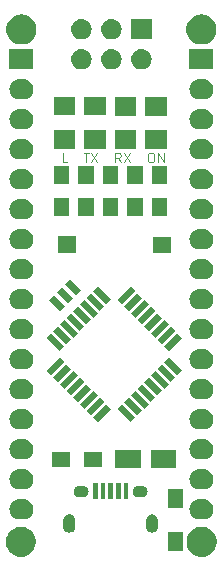
<source format=gts>
G04 #@! TF.GenerationSoftware,KiCad,Pcbnew,5.1.0-rc2-unknown-6eb84e4~82~ubuntu16.04.1*
G04 #@! TF.CreationDate,2019-03-15T17:01:55+01:00*
G04 #@! TF.ProjectId,arduino_nanoPB,61726475-696e-46f5-9f6e-616e6f50422e,rev?*
G04 #@! TF.SameCoordinates,Original*
G04 #@! TF.FileFunction,Soldermask,Top*
G04 #@! TF.FilePolarity,Negative*
%FSLAX46Y46*%
G04 Gerber Fmt 4.6, Leading zero omitted, Abs format (unit mm)*
G04 Created by KiCad (PCBNEW 5.1.0-rc2-unknown-6eb84e4~82~ubuntu16.04.1) date 2019-03-15 17:01:55*
%MOMM*%
%LPD*%
G04 APERTURE LIST*
%ADD10C,0.100000*%
G04 APERTURE END LIST*
D10*
X143332685Y-79965504D02*
X142951733Y-79965504D01*
X142951733Y-79165504D01*
X144704114Y-79165504D02*
X145161257Y-79165504D01*
X144932685Y-79965504D02*
X144932685Y-79165504D01*
X145351733Y-79165504D02*
X145885066Y-79965504D01*
X145885066Y-79165504D02*
X145351733Y-79965504D01*
X147866019Y-79965504D02*
X147599352Y-79584552D01*
X147408876Y-79965504D02*
X147408876Y-79165504D01*
X147713638Y-79165504D01*
X147789828Y-79203600D01*
X147827923Y-79241695D01*
X147866019Y-79317885D01*
X147866019Y-79432171D01*
X147827923Y-79508361D01*
X147789828Y-79546457D01*
X147713638Y-79584552D01*
X147408876Y-79584552D01*
X148132685Y-79165504D02*
X148666019Y-79965504D01*
X148666019Y-79165504D02*
X148132685Y-79965504D01*
X150342209Y-79165504D02*
X150494590Y-79165504D01*
X150570780Y-79203600D01*
X150646971Y-79279790D01*
X150685066Y-79432171D01*
X150685066Y-79698838D01*
X150646971Y-79851219D01*
X150570780Y-79927409D01*
X150494590Y-79965504D01*
X150342209Y-79965504D01*
X150266019Y-79927409D01*
X150189828Y-79851219D01*
X150151733Y-79698838D01*
X150151733Y-79432171D01*
X150189828Y-79279790D01*
X150266019Y-79203600D01*
X150342209Y-79165504D01*
X151027923Y-79965504D02*
X151027923Y-79165504D01*
X151485066Y-79965504D01*
X151485066Y-79165504D01*
G36*
X154947764Y-110854402D02*
G01*
X155070445Y-110878805D01*
X155301571Y-110974541D01*
X155509578Y-111113527D01*
X155686473Y-111290422D01*
X155825459Y-111498429D01*
X155921195Y-111729555D01*
X155970000Y-111974916D01*
X155970000Y-112225084D01*
X155921195Y-112470445D01*
X155825459Y-112701571D01*
X155686473Y-112909578D01*
X155509578Y-113086473D01*
X155301571Y-113225459D01*
X155070445Y-113321195D01*
X154947764Y-113345598D01*
X154825085Y-113370000D01*
X154574915Y-113370000D01*
X154452236Y-113345598D01*
X154329555Y-113321195D01*
X154098429Y-113225459D01*
X153890422Y-113086473D01*
X153713527Y-112909578D01*
X153574541Y-112701571D01*
X153478805Y-112470445D01*
X153430000Y-112225084D01*
X153430000Y-111974916D01*
X153478805Y-111729555D01*
X153574541Y-111498429D01*
X153713527Y-111290422D01*
X153890422Y-111113527D01*
X154098429Y-110974541D01*
X154329555Y-110878805D01*
X154452236Y-110854402D01*
X154574915Y-110830000D01*
X154825085Y-110830000D01*
X154947764Y-110854402D01*
X154947764Y-110854402D01*
G37*
G36*
X139647764Y-110854402D02*
G01*
X139770445Y-110878805D01*
X140001571Y-110974541D01*
X140209578Y-111113527D01*
X140386473Y-111290422D01*
X140525459Y-111498429D01*
X140621195Y-111729555D01*
X140670000Y-111974916D01*
X140670000Y-112225084D01*
X140621195Y-112470445D01*
X140525459Y-112701571D01*
X140386473Y-112909578D01*
X140209578Y-113086473D01*
X140001571Y-113225459D01*
X139770445Y-113321195D01*
X139647764Y-113345598D01*
X139525085Y-113370000D01*
X139274915Y-113370000D01*
X139152236Y-113345598D01*
X139029555Y-113321195D01*
X138798429Y-113225459D01*
X138590422Y-113086473D01*
X138413527Y-112909578D01*
X138274541Y-112701571D01*
X138178805Y-112470445D01*
X138130000Y-112225084D01*
X138130000Y-111974916D01*
X138178805Y-111729555D01*
X138274541Y-111498429D01*
X138413527Y-111290422D01*
X138590422Y-111113527D01*
X138798429Y-110974541D01*
X139029555Y-110878805D01*
X139152236Y-110854402D01*
X139274915Y-110830000D01*
X139525085Y-110830000D01*
X139647764Y-110854402D01*
X139647764Y-110854402D01*
G37*
G36*
X153088340Y-112852200D02*
G01*
X151889460Y-112852200D01*
X151889460Y-111252000D01*
X153088340Y-111252000D01*
X153088340Y-112852200D01*
X153088340Y-112852200D01*
G37*
G36*
X143597114Y-109769694D02*
G01*
X143691369Y-109798286D01*
X143749030Y-109829107D01*
X143778229Y-109844714D01*
X143854364Y-109907196D01*
X143898200Y-109960611D01*
X143916847Y-109983332D01*
X143963274Y-110070190D01*
X143991866Y-110164445D01*
X143999100Y-110237896D01*
X143999100Y-110837024D01*
X143991866Y-110910475D01*
X143963274Y-111004730D01*
X143916847Y-111091588D01*
X143854364Y-111167724D01*
X143778228Y-111230207D01*
X143691370Y-111276634D01*
X143597115Y-111305226D01*
X143499100Y-111314879D01*
X143401086Y-111305226D01*
X143306831Y-111276634D01*
X143219973Y-111230207D01*
X143143837Y-111167724D01*
X143081355Y-111091590D01*
X143034925Y-111004728D01*
X143006334Y-110910475D01*
X142999100Y-110837024D01*
X142999100Y-110237897D01*
X143006334Y-110164446D01*
X143034926Y-110070191D01*
X143081353Y-109983333D01*
X143081354Y-109983331D01*
X143143836Y-109907196D01*
X143219971Y-109844714D01*
X143219970Y-109844714D01*
X143219972Y-109844713D01*
X143306830Y-109798286D01*
X143401085Y-109769694D01*
X143499100Y-109760041D01*
X143597114Y-109769694D01*
X143597114Y-109769694D01*
G37*
G36*
X150597114Y-109769694D02*
G01*
X150691369Y-109798286D01*
X150749030Y-109829107D01*
X150778229Y-109844714D01*
X150854364Y-109907196D01*
X150898200Y-109960611D01*
X150916847Y-109983332D01*
X150963274Y-110070190D01*
X150991866Y-110164445D01*
X150999100Y-110237896D01*
X150999100Y-110837024D01*
X150991866Y-110910475D01*
X150963274Y-111004730D01*
X150916847Y-111091588D01*
X150854364Y-111167724D01*
X150778228Y-111230207D01*
X150691370Y-111276634D01*
X150597115Y-111305226D01*
X150499100Y-111314879D01*
X150401086Y-111305226D01*
X150306831Y-111276634D01*
X150219973Y-111230207D01*
X150143837Y-111167724D01*
X150081355Y-111091590D01*
X150034925Y-111004728D01*
X150006334Y-110910475D01*
X149999100Y-110837024D01*
X149999100Y-110237897D01*
X150006334Y-110164446D01*
X150034926Y-110070191D01*
X150081353Y-109983333D01*
X150081354Y-109983331D01*
X150143836Y-109907196D01*
X150219971Y-109844714D01*
X150219970Y-109844714D01*
X150219972Y-109844713D01*
X150306830Y-109798286D01*
X150401085Y-109769694D01*
X150499100Y-109760041D01*
X150597114Y-109769694D01*
X150597114Y-109769694D01*
G37*
G36*
X154923112Y-108487565D02*
G01*
X155007695Y-108495896D01*
X155170484Y-108545278D01*
X155170487Y-108545279D01*
X155320507Y-108625466D01*
X155320508Y-108625467D01*
X155320512Y-108625469D01*
X155452012Y-108733388D01*
X155559931Y-108864888D01*
X155559933Y-108864892D01*
X155559934Y-108864893D01*
X155640121Y-109014913D01*
X155640122Y-109014916D01*
X155689504Y-109177705D01*
X155706178Y-109347000D01*
X155689504Y-109516295D01*
X155640122Y-109679084D01*
X155640121Y-109679087D01*
X155576408Y-109798286D01*
X155559931Y-109829112D01*
X155452012Y-109960612D01*
X155320512Y-110068531D01*
X155320508Y-110068533D01*
X155320507Y-110068534D01*
X155170487Y-110148721D01*
X155170484Y-110148722D01*
X155007695Y-110198104D01*
X154923112Y-110206435D01*
X154880821Y-110210600D01*
X154491179Y-110210600D01*
X154448888Y-110206435D01*
X154364305Y-110198104D01*
X154201516Y-110148722D01*
X154201513Y-110148721D01*
X154051493Y-110068534D01*
X154051492Y-110068533D01*
X154051488Y-110068531D01*
X153919988Y-109960612D01*
X153812069Y-109829112D01*
X153795592Y-109798286D01*
X153731879Y-109679087D01*
X153731878Y-109679084D01*
X153682496Y-109516295D01*
X153665822Y-109347000D01*
X153682496Y-109177705D01*
X153731878Y-109014916D01*
X153731879Y-109014913D01*
X153812066Y-108864893D01*
X153812067Y-108864892D01*
X153812069Y-108864888D01*
X153919988Y-108733388D01*
X154051488Y-108625469D01*
X154051492Y-108625467D01*
X154051493Y-108625466D01*
X154201513Y-108545279D01*
X154201516Y-108545278D01*
X154364305Y-108495896D01*
X154448888Y-108487565D01*
X154491179Y-108483400D01*
X154880821Y-108483400D01*
X154923112Y-108487565D01*
X154923112Y-108487565D01*
G37*
G36*
X139683112Y-108487565D02*
G01*
X139767695Y-108495896D01*
X139930484Y-108545278D01*
X139930487Y-108545279D01*
X140080507Y-108625466D01*
X140080508Y-108625467D01*
X140080512Y-108625469D01*
X140212012Y-108733388D01*
X140319931Y-108864888D01*
X140319933Y-108864892D01*
X140319934Y-108864893D01*
X140400121Y-109014913D01*
X140400122Y-109014916D01*
X140449504Y-109177705D01*
X140466178Y-109347000D01*
X140449504Y-109516295D01*
X140400122Y-109679084D01*
X140400121Y-109679087D01*
X140336408Y-109798286D01*
X140319931Y-109829112D01*
X140212012Y-109960612D01*
X140080512Y-110068531D01*
X140080508Y-110068533D01*
X140080507Y-110068534D01*
X139930487Y-110148721D01*
X139930484Y-110148722D01*
X139767695Y-110198104D01*
X139683112Y-110206435D01*
X139640821Y-110210600D01*
X139251179Y-110210600D01*
X139208888Y-110206435D01*
X139124305Y-110198104D01*
X138961516Y-110148722D01*
X138961513Y-110148721D01*
X138811493Y-110068534D01*
X138811492Y-110068533D01*
X138811488Y-110068531D01*
X138679988Y-109960612D01*
X138572069Y-109829112D01*
X138555592Y-109798286D01*
X138491879Y-109679087D01*
X138491878Y-109679084D01*
X138442496Y-109516295D01*
X138425822Y-109347000D01*
X138442496Y-109177705D01*
X138491878Y-109014916D01*
X138491879Y-109014913D01*
X138572066Y-108864893D01*
X138572067Y-108864892D01*
X138572069Y-108864888D01*
X138679988Y-108733388D01*
X138811488Y-108625469D01*
X138811492Y-108625467D01*
X138811493Y-108625466D01*
X138961513Y-108545279D01*
X138961516Y-108545278D01*
X139124305Y-108495896D01*
X139208888Y-108487565D01*
X139251179Y-108483400D01*
X139640821Y-108483400D01*
X139683112Y-108487565D01*
X139683112Y-108487565D01*
G37*
G36*
X153088340Y-109250480D02*
G01*
X151889460Y-109250480D01*
X151889460Y-107650280D01*
X153088340Y-107650280D01*
X153088340Y-109250480D01*
X153088340Y-109250480D01*
G37*
G36*
X146549100Y-108512460D02*
G01*
X146149100Y-108512460D01*
X146149100Y-107162460D01*
X146549100Y-107162460D01*
X146549100Y-108512460D01*
X146549100Y-108512460D01*
G37*
G36*
X147199100Y-108512460D02*
G01*
X146799100Y-108512460D01*
X146799100Y-107162460D01*
X147199100Y-107162460D01*
X147199100Y-108512460D01*
X147199100Y-108512460D01*
G37*
G36*
X147849100Y-108512460D02*
G01*
X147449100Y-108512460D01*
X147449100Y-107162460D01*
X147849100Y-107162460D01*
X147849100Y-108512460D01*
X147849100Y-108512460D01*
G37*
G36*
X148499100Y-108512460D02*
G01*
X148099100Y-108512460D01*
X148099100Y-107162460D01*
X148499100Y-107162460D01*
X148499100Y-108512460D01*
X148499100Y-108512460D01*
G37*
G36*
X145899100Y-108512460D02*
G01*
X145499100Y-108512460D01*
X145499100Y-107162460D01*
X145899100Y-107162460D01*
X145899100Y-108512460D01*
X145899100Y-108512460D01*
G37*
G36*
X144695693Y-107364751D02*
G01*
X144742216Y-107369333D01*
X144808459Y-107389427D01*
X144831758Y-107396495D01*
X144909553Y-107438078D01*
X144914273Y-107440601D01*
X144986601Y-107499959D01*
X145045959Y-107572287D01*
X145045960Y-107572289D01*
X145090065Y-107654802D01*
X145117227Y-107744345D01*
X145126398Y-107837460D01*
X145117227Y-107930575D01*
X145090065Y-108020118D01*
X145048482Y-108097913D01*
X145045959Y-108102633D01*
X144986601Y-108174961D01*
X144914273Y-108234319D01*
X144914271Y-108234320D01*
X144831758Y-108278425D01*
X144808459Y-108285493D01*
X144742216Y-108305587D01*
X144695693Y-108310169D01*
X144672433Y-108312460D01*
X144325767Y-108312460D01*
X144302507Y-108310169D01*
X144255984Y-108305587D01*
X144189741Y-108285493D01*
X144166442Y-108278425D01*
X144083929Y-108234320D01*
X144083927Y-108234319D01*
X144011599Y-108174961D01*
X143952241Y-108102633D01*
X143949718Y-108097913D01*
X143908135Y-108020118D01*
X143880973Y-107930575D01*
X143871802Y-107837460D01*
X143880973Y-107744345D01*
X143908135Y-107654802D01*
X143952240Y-107572289D01*
X143952241Y-107572287D01*
X144011599Y-107499959D01*
X144083927Y-107440601D01*
X144088647Y-107438078D01*
X144166442Y-107396495D01*
X144189741Y-107389427D01*
X144255984Y-107369333D01*
X144302507Y-107364751D01*
X144325767Y-107362460D01*
X144672433Y-107362460D01*
X144695693Y-107364751D01*
X144695693Y-107364751D01*
G37*
G36*
X149695693Y-107364751D02*
G01*
X149742216Y-107369333D01*
X149808459Y-107389427D01*
X149831758Y-107396495D01*
X149909553Y-107438078D01*
X149914273Y-107440601D01*
X149986601Y-107499959D01*
X150045959Y-107572287D01*
X150045960Y-107572289D01*
X150090065Y-107654802D01*
X150117227Y-107744345D01*
X150126398Y-107837460D01*
X150117227Y-107930575D01*
X150090065Y-108020118D01*
X150048482Y-108097913D01*
X150045959Y-108102633D01*
X149986601Y-108174961D01*
X149914273Y-108234319D01*
X149914271Y-108234320D01*
X149831758Y-108278425D01*
X149808459Y-108285493D01*
X149742216Y-108305587D01*
X149695693Y-108310169D01*
X149672433Y-108312460D01*
X149325767Y-108312460D01*
X149302507Y-108310169D01*
X149255984Y-108305587D01*
X149189741Y-108285493D01*
X149166442Y-108278425D01*
X149083929Y-108234320D01*
X149083927Y-108234319D01*
X149011599Y-108174961D01*
X148952241Y-108102633D01*
X148949718Y-108097913D01*
X148908135Y-108020118D01*
X148880973Y-107930575D01*
X148871802Y-107837460D01*
X148880973Y-107744345D01*
X148908135Y-107654802D01*
X148952240Y-107572289D01*
X148952241Y-107572287D01*
X149011599Y-107499959D01*
X149083927Y-107440601D01*
X149088647Y-107438078D01*
X149166442Y-107396495D01*
X149189741Y-107389427D01*
X149255984Y-107369333D01*
X149302507Y-107364751D01*
X149325767Y-107362460D01*
X149672433Y-107362460D01*
X149695693Y-107364751D01*
X149695693Y-107364751D01*
G37*
G36*
X139683112Y-105947565D02*
G01*
X139767695Y-105955896D01*
X139930484Y-106005278D01*
X139930487Y-106005279D01*
X140080507Y-106085466D01*
X140080508Y-106085467D01*
X140080512Y-106085469D01*
X140212012Y-106193388D01*
X140319931Y-106324888D01*
X140319933Y-106324892D01*
X140319934Y-106324893D01*
X140400121Y-106474913D01*
X140400122Y-106474916D01*
X140449504Y-106637705D01*
X140466178Y-106807000D01*
X140449504Y-106976295D01*
X140400122Y-107139084D01*
X140400121Y-107139087D01*
X140319934Y-107289107D01*
X140319931Y-107289112D01*
X140212012Y-107420612D01*
X140080512Y-107528531D01*
X140080508Y-107528533D01*
X140080507Y-107528534D01*
X139930487Y-107608721D01*
X139930484Y-107608722D01*
X139767695Y-107658104D01*
X139683112Y-107666435D01*
X139640821Y-107670600D01*
X139251179Y-107670600D01*
X139208888Y-107666435D01*
X139124305Y-107658104D01*
X138961516Y-107608722D01*
X138961513Y-107608721D01*
X138811493Y-107528534D01*
X138811492Y-107528533D01*
X138811488Y-107528531D01*
X138679988Y-107420612D01*
X138572069Y-107289112D01*
X138572066Y-107289107D01*
X138491879Y-107139087D01*
X138491878Y-107139084D01*
X138442496Y-106976295D01*
X138425822Y-106807000D01*
X138442496Y-106637705D01*
X138491878Y-106474916D01*
X138491879Y-106474913D01*
X138572066Y-106324893D01*
X138572067Y-106324892D01*
X138572069Y-106324888D01*
X138679988Y-106193388D01*
X138811488Y-106085469D01*
X138811492Y-106085467D01*
X138811493Y-106085466D01*
X138961513Y-106005279D01*
X138961516Y-106005278D01*
X139124305Y-105955896D01*
X139208888Y-105947565D01*
X139251179Y-105943400D01*
X139640821Y-105943400D01*
X139683112Y-105947565D01*
X139683112Y-105947565D01*
G37*
G36*
X154923112Y-105947565D02*
G01*
X155007695Y-105955896D01*
X155170484Y-106005278D01*
X155170487Y-106005279D01*
X155320507Y-106085466D01*
X155320508Y-106085467D01*
X155320512Y-106085469D01*
X155452012Y-106193388D01*
X155559931Y-106324888D01*
X155559933Y-106324892D01*
X155559934Y-106324893D01*
X155640121Y-106474913D01*
X155640122Y-106474916D01*
X155689504Y-106637705D01*
X155706178Y-106807000D01*
X155689504Y-106976295D01*
X155640122Y-107139084D01*
X155640121Y-107139087D01*
X155559934Y-107289107D01*
X155559931Y-107289112D01*
X155452012Y-107420612D01*
X155320512Y-107528531D01*
X155320508Y-107528533D01*
X155320507Y-107528534D01*
X155170487Y-107608721D01*
X155170484Y-107608722D01*
X155007695Y-107658104D01*
X154923112Y-107666435D01*
X154880821Y-107670600D01*
X154491179Y-107670600D01*
X154448888Y-107666435D01*
X154364305Y-107658104D01*
X154201516Y-107608722D01*
X154201513Y-107608721D01*
X154051493Y-107528534D01*
X154051492Y-107528533D01*
X154051488Y-107528531D01*
X153919988Y-107420612D01*
X153812069Y-107289112D01*
X153812066Y-107289107D01*
X153731879Y-107139087D01*
X153731878Y-107139084D01*
X153682496Y-106976295D01*
X153665822Y-106807000D01*
X153682496Y-106637705D01*
X153731878Y-106474916D01*
X153731879Y-106474913D01*
X153812066Y-106324893D01*
X153812067Y-106324892D01*
X153812069Y-106324888D01*
X153919988Y-106193388D01*
X154051488Y-106085469D01*
X154051492Y-106085467D01*
X154051493Y-106085466D01*
X154201513Y-106005279D01*
X154201516Y-106005278D01*
X154364305Y-105955896D01*
X154448888Y-105947565D01*
X154491179Y-105943400D01*
X154880821Y-105943400D01*
X154923112Y-105947565D01*
X154923112Y-105947565D01*
G37*
G36*
X149532340Y-105855770D02*
G01*
X147383500Y-105855770D01*
X147383500Y-104354630D01*
X149532340Y-104354630D01*
X149532340Y-105855770D01*
X149532340Y-105855770D01*
G37*
G36*
X152534620Y-105855770D02*
G01*
X150385780Y-105855770D01*
X150385780Y-104354630D01*
X152534620Y-104354630D01*
X152534620Y-105855770D01*
X152534620Y-105855770D01*
G37*
G36*
X146248800Y-105755200D02*
G01*
X144748800Y-105755200D01*
X144748800Y-104455200D01*
X146248800Y-104455200D01*
X146248800Y-105755200D01*
X146248800Y-105755200D01*
G37*
G36*
X143548800Y-105755200D02*
G01*
X142048800Y-105755200D01*
X142048800Y-104455200D01*
X143548800Y-104455200D01*
X143548800Y-105755200D01*
X143548800Y-105755200D01*
G37*
G36*
X154923112Y-103407565D02*
G01*
X155007695Y-103415896D01*
X155170484Y-103465278D01*
X155170487Y-103465279D01*
X155320507Y-103545466D01*
X155320508Y-103545467D01*
X155320512Y-103545469D01*
X155452012Y-103653388D01*
X155559931Y-103784888D01*
X155559933Y-103784892D01*
X155559934Y-103784893D01*
X155640121Y-103934913D01*
X155640122Y-103934916D01*
X155689504Y-104097705D01*
X155706178Y-104267000D01*
X155689504Y-104436295D01*
X155683769Y-104455200D01*
X155640121Y-104599087D01*
X155559934Y-104749107D01*
X155559931Y-104749112D01*
X155452012Y-104880612D01*
X155320512Y-104988531D01*
X155320508Y-104988533D01*
X155320507Y-104988534D01*
X155170487Y-105068721D01*
X155170484Y-105068722D01*
X155007695Y-105118104D01*
X154923112Y-105126435D01*
X154880821Y-105130600D01*
X154491179Y-105130600D01*
X154448888Y-105126435D01*
X154364305Y-105118104D01*
X154201516Y-105068722D01*
X154201513Y-105068721D01*
X154051493Y-104988534D01*
X154051492Y-104988533D01*
X154051488Y-104988531D01*
X153919988Y-104880612D01*
X153812069Y-104749112D01*
X153812066Y-104749107D01*
X153731879Y-104599087D01*
X153688231Y-104455200D01*
X153682496Y-104436295D01*
X153665822Y-104267000D01*
X153682496Y-104097705D01*
X153731878Y-103934916D01*
X153731879Y-103934913D01*
X153812066Y-103784893D01*
X153812067Y-103784892D01*
X153812069Y-103784888D01*
X153919988Y-103653388D01*
X154051488Y-103545469D01*
X154051492Y-103545467D01*
X154051493Y-103545466D01*
X154201513Y-103465279D01*
X154201516Y-103465278D01*
X154364305Y-103415896D01*
X154448888Y-103407565D01*
X154491179Y-103403400D01*
X154880821Y-103403400D01*
X154923112Y-103407565D01*
X154923112Y-103407565D01*
G37*
G36*
X139683112Y-103407565D02*
G01*
X139767695Y-103415896D01*
X139930484Y-103465278D01*
X139930487Y-103465279D01*
X140080507Y-103545466D01*
X140080508Y-103545467D01*
X140080512Y-103545469D01*
X140212012Y-103653388D01*
X140319931Y-103784888D01*
X140319933Y-103784892D01*
X140319934Y-103784893D01*
X140400121Y-103934913D01*
X140400122Y-103934916D01*
X140449504Y-104097705D01*
X140466178Y-104267000D01*
X140449504Y-104436295D01*
X140443769Y-104455200D01*
X140400121Y-104599087D01*
X140319934Y-104749107D01*
X140319931Y-104749112D01*
X140212012Y-104880612D01*
X140080512Y-104988531D01*
X140080508Y-104988533D01*
X140080507Y-104988534D01*
X139930487Y-105068721D01*
X139930484Y-105068722D01*
X139767695Y-105118104D01*
X139683112Y-105126435D01*
X139640821Y-105130600D01*
X139251179Y-105130600D01*
X139208888Y-105126435D01*
X139124305Y-105118104D01*
X138961516Y-105068722D01*
X138961513Y-105068721D01*
X138811493Y-104988534D01*
X138811492Y-104988533D01*
X138811488Y-104988531D01*
X138679988Y-104880612D01*
X138572069Y-104749112D01*
X138572066Y-104749107D01*
X138491879Y-104599087D01*
X138448231Y-104455200D01*
X138442496Y-104436295D01*
X138425822Y-104267000D01*
X138442496Y-104097705D01*
X138491878Y-103934916D01*
X138491879Y-103934913D01*
X138572066Y-103784893D01*
X138572067Y-103784892D01*
X138572069Y-103784888D01*
X138679988Y-103653388D01*
X138811488Y-103545469D01*
X138811492Y-103545467D01*
X138811493Y-103545466D01*
X138961513Y-103465279D01*
X138961516Y-103465278D01*
X139124305Y-103415896D01*
X139208888Y-103407565D01*
X139251179Y-103403400D01*
X139640821Y-103403400D01*
X139683112Y-103407565D01*
X139683112Y-103407565D01*
G37*
G36*
X154923112Y-100867565D02*
G01*
X155007695Y-100875896D01*
X155170484Y-100925278D01*
X155170487Y-100925279D01*
X155320507Y-101005466D01*
X155320508Y-101005467D01*
X155320512Y-101005469D01*
X155452012Y-101113388D01*
X155559931Y-101244888D01*
X155559933Y-101244892D01*
X155559934Y-101244893D01*
X155640121Y-101394913D01*
X155640122Y-101394916D01*
X155689504Y-101557705D01*
X155706178Y-101727000D01*
X155689504Y-101896295D01*
X155640122Y-102059084D01*
X155640121Y-102059087D01*
X155559934Y-102209107D01*
X155559931Y-102209112D01*
X155452012Y-102340612D01*
X155320512Y-102448531D01*
X155320508Y-102448533D01*
X155320507Y-102448534D01*
X155170487Y-102528721D01*
X155170484Y-102528722D01*
X155007695Y-102578104D01*
X154923112Y-102586435D01*
X154880821Y-102590600D01*
X154491179Y-102590600D01*
X154448888Y-102586435D01*
X154364305Y-102578104D01*
X154201516Y-102528722D01*
X154201513Y-102528721D01*
X154051493Y-102448534D01*
X154051492Y-102448533D01*
X154051488Y-102448531D01*
X153919988Y-102340612D01*
X153812069Y-102209112D01*
X153812066Y-102209107D01*
X153731879Y-102059087D01*
X153731878Y-102059084D01*
X153682496Y-101896295D01*
X153665822Y-101727000D01*
X153682496Y-101557705D01*
X153731878Y-101394916D01*
X153731879Y-101394913D01*
X153812066Y-101244893D01*
X153812067Y-101244892D01*
X153812069Y-101244888D01*
X153919988Y-101113388D01*
X154051488Y-101005469D01*
X154051492Y-101005467D01*
X154051493Y-101005466D01*
X154201513Y-100925279D01*
X154201516Y-100925278D01*
X154364305Y-100875896D01*
X154448888Y-100867565D01*
X154491179Y-100863400D01*
X154880821Y-100863400D01*
X154923112Y-100867565D01*
X154923112Y-100867565D01*
G37*
G36*
X139683112Y-100867565D02*
G01*
X139767695Y-100875896D01*
X139930484Y-100925278D01*
X139930487Y-100925279D01*
X140080507Y-101005466D01*
X140080508Y-101005467D01*
X140080512Y-101005469D01*
X140212012Y-101113388D01*
X140319931Y-101244888D01*
X140319933Y-101244892D01*
X140319934Y-101244893D01*
X140400121Y-101394913D01*
X140400122Y-101394916D01*
X140449504Y-101557705D01*
X140466178Y-101727000D01*
X140449504Y-101896295D01*
X140400122Y-102059084D01*
X140400121Y-102059087D01*
X140319934Y-102209107D01*
X140319931Y-102209112D01*
X140212012Y-102340612D01*
X140080512Y-102448531D01*
X140080508Y-102448533D01*
X140080507Y-102448534D01*
X139930487Y-102528721D01*
X139930484Y-102528722D01*
X139767695Y-102578104D01*
X139683112Y-102586435D01*
X139640821Y-102590600D01*
X139251179Y-102590600D01*
X139208888Y-102586435D01*
X139124305Y-102578104D01*
X138961516Y-102528722D01*
X138961513Y-102528721D01*
X138811493Y-102448534D01*
X138811492Y-102448533D01*
X138811488Y-102448531D01*
X138679988Y-102340612D01*
X138572069Y-102209112D01*
X138572066Y-102209107D01*
X138491879Y-102059087D01*
X138491878Y-102059084D01*
X138442496Y-101896295D01*
X138425822Y-101727000D01*
X138442496Y-101557705D01*
X138491878Y-101394916D01*
X138491879Y-101394913D01*
X138572066Y-101244893D01*
X138572067Y-101244892D01*
X138572069Y-101244888D01*
X138679988Y-101113388D01*
X138811488Y-101005469D01*
X138811492Y-101005467D01*
X138811493Y-101005466D01*
X138961513Y-100925279D01*
X138961516Y-100925278D01*
X139124305Y-100875896D01*
X139208888Y-100867565D01*
X139251179Y-100863400D01*
X139640821Y-100863400D01*
X139683112Y-100867565D01*
X139683112Y-100867565D01*
G37*
G36*
X149085445Y-101571534D02*
G01*
X148696536Y-101960443D01*
X147565165Y-100829072D01*
X147954074Y-100440163D01*
X149085445Y-101571534D01*
X149085445Y-101571534D01*
G37*
G36*
X147034835Y-100829072D02*
G01*
X145903464Y-101960443D01*
X145514555Y-101571534D01*
X146645926Y-100440163D01*
X147034835Y-100829072D01*
X147034835Y-100829072D01*
G37*
G36*
X149651130Y-101005848D02*
G01*
X149262221Y-101394757D01*
X148130850Y-100263386D01*
X148519759Y-99874477D01*
X149651130Y-101005848D01*
X149651130Y-101005848D01*
G37*
G36*
X146469150Y-100263386D02*
G01*
X145337779Y-101394757D01*
X144948870Y-101005848D01*
X146080241Y-99874477D01*
X146469150Y-100263386D01*
X146469150Y-100263386D01*
G37*
G36*
X150216816Y-100440163D02*
G01*
X149827907Y-100829072D01*
X148696536Y-99697701D01*
X149085445Y-99308792D01*
X150216816Y-100440163D01*
X150216816Y-100440163D01*
G37*
G36*
X145903464Y-99697701D02*
G01*
X144772093Y-100829072D01*
X144383184Y-100440163D01*
X145514555Y-99308792D01*
X145903464Y-99697701D01*
X145903464Y-99697701D01*
G37*
G36*
X145337779Y-99132016D02*
G01*
X144206408Y-100263387D01*
X143817499Y-99874478D01*
X144948870Y-98743107D01*
X145337779Y-99132016D01*
X145337779Y-99132016D01*
G37*
G36*
X150782501Y-99874478D02*
G01*
X150393592Y-100263387D01*
X149262221Y-99132016D01*
X149651130Y-98743107D01*
X150782501Y-99874478D01*
X150782501Y-99874478D01*
G37*
G36*
X154923112Y-98327565D02*
G01*
X155007695Y-98335896D01*
X155170484Y-98385278D01*
X155170487Y-98385279D01*
X155320507Y-98465466D01*
X155320508Y-98465467D01*
X155320512Y-98465469D01*
X155452012Y-98573388D01*
X155559931Y-98704888D01*
X155559933Y-98704892D01*
X155559934Y-98704893D01*
X155640121Y-98854913D01*
X155640122Y-98854916D01*
X155689504Y-99017705D01*
X155706178Y-99187000D01*
X155689504Y-99356295D01*
X155640122Y-99519084D01*
X155640121Y-99519087D01*
X155559934Y-99669107D01*
X155559931Y-99669112D01*
X155452012Y-99800612D01*
X155320512Y-99908531D01*
X155320508Y-99908533D01*
X155320507Y-99908534D01*
X155170487Y-99988721D01*
X155170484Y-99988722D01*
X155007695Y-100038104D01*
X154923112Y-100046435D01*
X154880821Y-100050600D01*
X154491179Y-100050600D01*
X154448888Y-100046435D01*
X154364305Y-100038104D01*
X154201516Y-99988722D01*
X154201513Y-99988721D01*
X154051493Y-99908534D01*
X154051492Y-99908533D01*
X154051488Y-99908531D01*
X153919988Y-99800612D01*
X153812069Y-99669112D01*
X153812066Y-99669107D01*
X153731879Y-99519087D01*
X153731878Y-99519084D01*
X153682496Y-99356295D01*
X153665822Y-99187000D01*
X153682496Y-99017705D01*
X153731878Y-98854916D01*
X153731879Y-98854913D01*
X153812066Y-98704893D01*
X153812067Y-98704892D01*
X153812069Y-98704888D01*
X153919988Y-98573388D01*
X154051488Y-98465469D01*
X154051492Y-98465467D01*
X154051493Y-98465466D01*
X154201513Y-98385279D01*
X154201516Y-98385278D01*
X154364305Y-98335896D01*
X154448888Y-98327565D01*
X154491179Y-98323400D01*
X154880821Y-98323400D01*
X154923112Y-98327565D01*
X154923112Y-98327565D01*
G37*
G36*
X139683112Y-98327565D02*
G01*
X139767695Y-98335896D01*
X139930484Y-98385278D01*
X139930487Y-98385279D01*
X140080507Y-98465466D01*
X140080508Y-98465467D01*
X140080512Y-98465469D01*
X140212012Y-98573388D01*
X140319931Y-98704888D01*
X140319933Y-98704892D01*
X140319934Y-98704893D01*
X140400121Y-98854913D01*
X140400122Y-98854916D01*
X140449504Y-99017705D01*
X140466178Y-99187000D01*
X140449504Y-99356295D01*
X140400122Y-99519084D01*
X140400121Y-99519087D01*
X140319934Y-99669107D01*
X140319931Y-99669112D01*
X140212012Y-99800612D01*
X140080512Y-99908531D01*
X140080508Y-99908533D01*
X140080507Y-99908534D01*
X139930487Y-99988721D01*
X139930484Y-99988722D01*
X139767695Y-100038104D01*
X139683112Y-100046435D01*
X139640821Y-100050600D01*
X139251179Y-100050600D01*
X139208888Y-100046435D01*
X139124305Y-100038104D01*
X138961516Y-99988722D01*
X138961513Y-99988721D01*
X138811493Y-99908534D01*
X138811492Y-99908533D01*
X138811488Y-99908531D01*
X138679988Y-99800612D01*
X138572069Y-99669112D01*
X138572066Y-99669107D01*
X138491879Y-99519087D01*
X138491878Y-99519084D01*
X138442496Y-99356295D01*
X138425822Y-99187000D01*
X138442496Y-99017705D01*
X138491878Y-98854916D01*
X138491879Y-98854913D01*
X138572066Y-98704893D01*
X138572067Y-98704892D01*
X138572069Y-98704888D01*
X138679988Y-98573388D01*
X138811488Y-98465469D01*
X138811492Y-98465467D01*
X138811493Y-98465466D01*
X138961513Y-98385279D01*
X138961516Y-98385278D01*
X139124305Y-98335896D01*
X139208888Y-98327565D01*
X139251179Y-98323400D01*
X139640821Y-98323400D01*
X139683112Y-98327565D01*
X139683112Y-98327565D01*
G37*
G36*
X151348187Y-99308792D02*
G01*
X150959278Y-99697701D01*
X149827907Y-98566330D01*
X150216816Y-98177421D01*
X151348187Y-99308792D01*
X151348187Y-99308792D01*
G37*
G36*
X144772093Y-98566330D02*
G01*
X143640722Y-99697701D01*
X143251813Y-99308792D01*
X144383184Y-98177421D01*
X144772093Y-98566330D01*
X144772093Y-98566330D01*
G37*
G36*
X151913872Y-98743107D02*
G01*
X151524963Y-99132016D01*
X150393592Y-98000645D01*
X150782501Y-97611736D01*
X151913872Y-98743107D01*
X151913872Y-98743107D01*
G37*
G36*
X144206408Y-98000645D02*
G01*
X143075037Y-99132016D01*
X142686128Y-98743107D01*
X143817499Y-97611736D01*
X144206408Y-98000645D01*
X144206408Y-98000645D01*
G37*
G36*
X152479557Y-98177421D02*
G01*
X152090648Y-98566330D01*
X150959277Y-97434959D01*
X151348186Y-97046050D01*
X152479557Y-98177421D01*
X152479557Y-98177421D01*
G37*
G36*
X143640723Y-97434959D02*
G01*
X142509352Y-98566330D01*
X142120443Y-98177421D01*
X143251814Y-97046050D01*
X143640723Y-97434959D01*
X143640723Y-97434959D01*
G37*
G36*
X143075037Y-96869274D02*
G01*
X141943666Y-98000645D01*
X141554757Y-97611736D01*
X142686128Y-96480365D01*
X143075037Y-96869274D01*
X143075037Y-96869274D01*
G37*
G36*
X153045243Y-97611736D02*
G01*
X152656334Y-98000645D01*
X151524963Y-96869274D01*
X151913872Y-96480365D01*
X153045243Y-97611736D01*
X153045243Y-97611736D01*
G37*
G36*
X154923112Y-95787565D02*
G01*
X155007695Y-95795896D01*
X155170484Y-95845278D01*
X155170487Y-95845279D01*
X155320507Y-95925466D01*
X155320508Y-95925467D01*
X155320512Y-95925469D01*
X155452012Y-96033388D01*
X155559931Y-96164888D01*
X155559933Y-96164892D01*
X155559934Y-96164893D01*
X155640121Y-96314913D01*
X155640122Y-96314916D01*
X155689504Y-96477705D01*
X155706178Y-96647000D01*
X155689504Y-96816295D01*
X155640122Y-96979084D01*
X155640121Y-96979087D01*
X155604328Y-97046051D01*
X155559931Y-97129112D01*
X155452012Y-97260612D01*
X155320512Y-97368531D01*
X155320508Y-97368533D01*
X155320507Y-97368534D01*
X155170487Y-97448721D01*
X155170484Y-97448722D01*
X155007695Y-97498104D01*
X154923112Y-97506435D01*
X154880821Y-97510600D01*
X154491179Y-97510600D01*
X154448888Y-97506435D01*
X154364305Y-97498104D01*
X154201516Y-97448722D01*
X154201513Y-97448721D01*
X154051493Y-97368534D01*
X154051492Y-97368533D01*
X154051488Y-97368531D01*
X153919988Y-97260612D01*
X153812069Y-97129112D01*
X153767672Y-97046051D01*
X153731879Y-96979087D01*
X153731878Y-96979084D01*
X153682496Y-96816295D01*
X153665822Y-96647000D01*
X153682496Y-96477705D01*
X153731878Y-96314916D01*
X153731879Y-96314913D01*
X153812066Y-96164893D01*
X153812067Y-96164892D01*
X153812069Y-96164888D01*
X153919988Y-96033388D01*
X154051488Y-95925469D01*
X154051492Y-95925467D01*
X154051493Y-95925466D01*
X154201513Y-95845279D01*
X154201516Y-95845278D01*
X154364305Y-95795896D01*
X154448888Y-95787565D01*
X154491179Y-95783400D01*
X154880821Y-95783400D01*
X154923112Y-95787565D01*
X154923112Y-95787565D01*
G37*
G36*
X139683112Y-95787565D02*
G01*
X139767695Y-95795896D01*
X139930484Y-95845278D01*
X139930487Y-95845279D01*
X140080507Y-95925466D01*
X140080508Y-95925467D01*
X140080512Y-95925469D01*
X140212012Y-96033388D01*
X140319931Y-96164888D01*
X140319933Y-96164892D01*
X140319934Y-96164893D01*
X140400121Y-96314913D01*
X140400122Y-96314916D01*
X140449504Y-96477705D01*
X140466178Y-96647000D01*
X140449504Y-96816295D01*
X140400122Y-96979084D01*
X140400121Y-96979087D01*
X140364328Y-97046051D01*
X140319931Y-97129112D01*
X140212012Y-97260612D01*
X140080512Y-97368531D01*
X140080508Y-97368533D01*
X140080507Y-97368534D01*
X139930487Y-97448721D01*
X139930484Y-97448722D01*
X139767695Y-97498104D01*
X139683112Y-97506435D01*
X139640821Y-97510600D01*
X139251179Y-97510600D01*
X139208888Y-97506435D01*
X139124305Y-97498104D01*
X138961516Y-97448722D01*
X138961513Y-97448721D01*
X138811493Y-97368534D01*
X138811492Y-97368533D01*
X138811488Y-97368531D01*
X138679988Y-97260612D01*
X138572069Y-97129112D01*
X138527672Y-97046051D01*
X138491879Y-96979087D01*
X138491878Y-96979084D01*
X138442496Y-96816295D01*
X138425822Y-96647000D01*
X138442496Y-96477705D01*
X138491878Y-96314916D01*
X138491879Y-96314913D01*
X138572066Y-96164893D01*
X138572067Y-96164892D01*
X138572069Y-96164888D01*
X138679988Y-96033388D01*
X138811488Y-95925469D01*
X138811492Y-95925467D01*
X138811493Y-95925466D01*
X138961513Y-95845279D01*
X138961516Y-95845278D01*
X139124305Y-95795896D01*
X139208888Y-95787565D01*
X139251179Y-95783400D01*
X139640821Y-95783400D01*
X139683112Y-95787565D01*
X139683112Y-95787565D01*
G37*
G36*
X153045243Y-94818664D02*
G01*
X151913872Y-95950035D01*
X151524963Y-95561126D01*
X152656334Y-94429755D01*
X153045243Y-94818664D01*
X153045243Y-94818664D01*
G37*
G36*
X143075037Y-95561126D02*
G01*
X142686128Y-95950035D01*
X141554757Y-94818664D01*
X141943666Y-94429755D01*
X143075037Y-95561126D01*
X143075037Y-95561126D01*
G37*
G36*
X143640723Y-94995441D02*
G01*
X143251814Y-95384350D01*
X142120443Y-94252979D01*
X142509352Y-93864070D01*
X143640723Y-94995441D01*
X143640723Y-94995441D01*
G37*
G36*
X152479557Y-94252979D02*
G01*
X151348186Y-95384350D01*
X150959277Y-94995441D01*
X152090648Y-93864070D01*
X152479557Y-94252979D01*
X152479557Y-94252979D01*
G37*
G36*
X139683112Y-93247565D02*
G01*
X139767695Y-93255896D01*
X139907761Y-93298385D01*
X139930487Y-93305279D01*
X140080507Y-93385466D01*
X140080508Y-93385467D01*
X140080512Y-93385469D01*
X140212012Y-93493388D01*
X140319931Y-93624888D01*
X140319933Y-93624892D01*
X140319934Y-93624893D01*
X140400121Y-93774913D01*
X140400122Y-93774916D01*
X140449504Y-93937705D01*
X140466178Y-94107000D01*
X140449504Y-94276295D01*
X140402952Y-94429755D01*
X140400121Y-94439087D01*
X140319934Y-94589107D01*
X140319931Y-94589112D01*
X140212012Y-94720612D01*
X140080512Y-94828531D01*
X140080508Y-94828533D01*
X140080507Y-94828534D01*
X139930487Y-94908721D01*
X139930484Y-94908722D01*
X139767695Y-94958104D01*
X139683112Y-94966435D01*
X139640821Y-94970600D01*
X139251179Y-94970600D01*
X139208888Y-94966435D01*
X139124305Y-94958104D01*
X138961516Y-94908722D01*
X138961513Y-94908721D01*
X138811493Y-94828534D01*
X138811492Y-94828533D01*
X138811488Y-94828531D01*
X138679988Y-94720612D01*
X138572069Y-94589112D01*
X138572066Y-94589107D01*
X138491879Y-94439087D01*
X138489048Y-94429755D01*
X138442496Y-94276295D01*
X138425822Y-94107000D01*
X138442496Y-93937705D01*
X138491878Y-93774916D01*
X138491879Y-93774913D01*
X138572066Y-93624893D01*
X138572067Y-93624892D01*
X138572069Y-93624888D01*
X138679988Y-93493388D01*
X138811488Y-93385469D01*
X138811492Y-93385467D01*
X138811493Y-93385466D01*
X138961513Y-93305279D01*
X138984239Y-93298385D01*
X139124305Y-93255896D01*
X139208888Y-93247565D01*
X139251179Y-93243400D01*
X139640821Y-93243400D01*
X139683112Y-93247565D01*
X139683112Y-93247565D01*
G37*
G36*
X154923112Y-93247565D02*
G01*
X155007695Y-93255896D01*
X155147761Y-93298385D01*
X155170487Y-93305279D01*
X155320507Y-93385466D01*
X155320508Y-93385467D01*
X155320512Y-93385469D01*
X155452012Y-93493388D01*
X155559931Y-93624888D01*
X155559933Y-93624892D01*
X155559934Y-93624893D01*
X155640121Y-93774913D01*
X155640122Y-93774916D01*
X155689504Y-93937705D01*
X155706178Y-94107000D01*
X155689504Y-94276295D01*
X155642952Y-94429755D01*
X155640121Y-94439087D01*
X155559934Y-94589107D01*
X155559931Y-94589112D01*
X155452012Y-94720612D01*
X155320512Y-94828531D01*
X155320508Y-94828533D01*
X155320507Y-94828534D01*
X155170487Y-94908721D01*
X155170484Y-94908722D01*
X155007695Y-94958104D01*
X154923112Y-94966435D01*
X154880821Y-94970600D01*
X154491179Y-94970600D01*
X154448888Y-94966435D01*
X154364305Y-94958104D01*
X154201516Y-94908722D01*
X154201513Y-94908721D01*
X154051493Y-94828534D01*
X154051492Y-94828533D01*
X154051488Y-94828531D01*
X153919988Y-94720612D01*
X153812069Y-94589112D01*
X153812066Y-94589107D01*
X153731879Y-94439087D01*
X153729048Y-94429755D01*
X153682496Y-94276295D01*
X153665822Y-94107000D01*
X153682496Y-93937705D01*
X153731878Y-93774916D01*
X153731879Y-93774913D01*
X153812066Y-93624893D01*
X153812067Y-93624892D01*
X153812069Y-93624888D01*
X153919988Y-93493388D01*
X154051488Y-93385469D01*
X154051492Y-93385467D01*
X154051493Y-93385466D01*
X154201513Y-93305279D01*
X154224239Y-93298385D01*
X154364305Y-93255896D01*
X154448888Y-93247565D01*
X154491179Y-93243400D01*
X154880821Y-93243400D01*
X154923112Y-93247565D01*
X154923112Y-93247565D01*
G37*
G36*
X144206408Y-94429755D02*
G01*
X143817499Y-94818664D01*
X142686128Y-93687293D01*
X143075037Y-93298384D01*
X144206408Y-94429755D01*
X144206408Y-94429755D01*
G37*
G36*
X151913872Y-93687293D02*
G01*
X150782501Y-94818664D01*
X150393592Y-94429755D01*
X151524963Y-93298384D01*
X151913872Y-93687293D01*
X151913872Y-93687293D01*
G37*
G36*
X144772093Y-93864070D02*
G01*
X144383184Y-94252979D01*
X143251813Y-93121608D01*
X143640722Y-92732699D01*
X144772093Y-93864070D01*
X144772093Y-93864070D01*
G37*
G36*
X151348187Y-93121608D02*
G01*
X150216816Y-94252979D01*
X149827907Y-93864070D01*
X150959278Y-92732699D01*
X151348187Y-93121608D01*
X151348187Y-93121608D01*
G37*
G36*
X150782501Y-92555922D02*
G01*
X149651130Y-93687293D01*
X149262221Y-93298384D01*
X150393592Y-92167013D01*
X150782501Y-92555922D01*
X150782501Y-92555922D01*
G37*
G36*
X145337779Y-93298384D02*
G01*
X144948870Y-93687293D01*
X143817499Y-92555922D01*
X144206408Y-92167013D01*
X145337779Y-93298384D01*
X145337779Y-93298384D01*
G37*
G36*
X145903464Y-92732699D02*
G01*
X145514555Y-93121608D01*
X144383184Y-91990237D01*
X144772093Y-91601328D01*
X145903464Y-92732699D01*
X145903464Y-92732699D01*
G37*
G36*
X150216816Y-91990237D02*
G01*
X149085445Y-93121608D01*
X148696536Y-92732699D01*
X149827907Y-91601328D01*
X150216816Y-91990237D01*
X150216816Y-91990237D01*
G37*
G36*
X149651130Y-91424552D02*
G01*
X148519759Y-92555923D01*
X148130850Y-92167014D01*
X149262221Y-91035643D01*
X149651130Y-91424552D01*
X149651130Y-91424552D01*
G37*
G36*
X146469150Y-92167014D02*
G01*
X146080241Y-92555923D01*
X144948870Y-91424552D01*
X145337779Y-91035643D01*
X146469150Y-92167014D01*
X146469150Y-92167014D01*
G37*
G36*
X143114951Y-92093887D02*
G01*
X142690687Y-92518151D01*
X141771449Y-91598913D01*
X142195713Y-91174649D01*
X143114951Y-92093887D01*
X143114951Y-92093887D01*
G37*
G36*
X154923112Y-90707565D02*
G01*
X155007695Y-90715896D01*
X155170484Y-90765278D01*
X155170487Y-90765279D01*
X155320507Y-90845466D01*
X155320508Y-90845467D01*
X155320512Y-90845469D01*
X155452012Y-90953388D01*
X155559931Y-91084888D01*
X155559933Y-91084892D01*
X155559934Y-91084893D01*
X155640121Y-91234913D01*
X155640122Y-91234916D01*
X155689504Y-91397705D01*
X155706178Y-91567000D01*
X155689504Y-91736295D01*
X155640122Y-91899084D01*
X155640121Y-91899087D01*
X155559934Y-92049107D01*
X155559931Y-92049112D01*
X155452012Y-92180612D01*
X155320512Y-92288531D01*
X155320508Y-92288533D01*
X155320507Y-92288534D01*
X155170487Y-92368721D01*
X155170484Y-92368722D01*
X155007695Y-92418104D01*
X154923112Y-92426435D01*
X154880821Y-92430600D01*
X154491179Y-92430600D01*
X154448888Y-92426435D01*
X154364305Y-92418104D01*
X154201516Y-92368722D01*
X154201513Y-92368721D01*
X154051493Y-92288534D01*
X154051492Y-92288533D01*
X154051488Y-92288531D01*
X153919988Y-92180612D01*
X153812069Y-92049112D01*
X153812066Y-92049107D01*
X153731879Y-91899087D01*
X153731878Y-91899084D01*
X153682496Y-91736295D01*
X153665822Y-91567000D01*
X153682496Y-91397705D01*
X153731878Y-91234916D01*
X153731879Y-91234913D01*
X153812066Y-91084893D01*
X153812067Y-91084892D01*
X153812069Y-91084888D01*
X153919988Y-90953388D01*
X154051488Y-90845469D01*
X154051492Y-90845467D01*
X154051493Y-90845466D01*
X154201513Y-90765279D01*
X154201516Y-90765278D01*
X154364305Y-90715896D01*
X154448888Y-90707565D01*
X154491179Y-90703400D01*
X154880821Y-90703400D01*
X154923112Y-90707565D01*
X154923112Y-90707565D01*
G37*
G36*
X139683112Y-90707565D02*
G01*
X139767695Y-90715896D01*
X139930484Y-90765278D01*
X139930487Y-90765279D01*
X140080507Y-90845466D01*
X140080508Y-90845467D01*
X140080512Y-90845469D01*
X140212012Y-90953388D01*
X140319931Y-91084888D01*
X140319933Y-91084892D01*
X140319934Y-91084893D01*
X140400121Y-91234913D01*
X140400122Y-91234916D01*
X140449504Y-91397705D01*
X140466178Y-91567000D01*
X140449504Y-91736295D01*
X140400122Y-91899084D01*
X140400121Y-91899087D01*
X140319934Y-92049107D01*
X140319931Y-92049112D01*
X140212012Y-92180612D01*
X140080512Y-92288531D01*
X140080508Y-92288533D01*
X140080507Y-92288534D01*
X139930487Y-92368721D01*
X139930484Y-92368722D01*
X139767695Y-92418104D01*
X139683112Y-92426435D01*
X139640821Y-92430600D01*
X139251179Y-92430600D01*
X139208888Y-92426435D01*
X139124305Y-92418104D01*
X138961516Y-92368722D01*
X138961513Y-92368721D01*
X138811493Y-92288534D01*
X138811492Y-92288533D01*
X138811488Y-92288531D01*
X138679988Y-92180612D01*
X138572069Y-92049112D01*
X138572066Y-92049107D01*
X138491879Y-91899087D01*
X138491878Y-91899084D01*
X138442496Y-91736295D01*
X138425822Y-91567000D01*
X138442496Y-91397705D01*
X138491878Y-91234916D01*
X138491879Y-91234913D01*
X138572066Y-91084893D01*
X138572067Y-91084892D01*
X138572069Y-91084888D01*
X138679988Y-90953388D01*
X138811488Y-90845469D01*
X138811492Y-90845467D01*
X138811493Y-90845466D01*
X138961513Y-90765279D01*
X138961516Y-90765278D01*
X139124305Y-90715896D01*
X139208888Y-90707565D01*
X139251179Y-90703400D01*
X139640821Y-90703400D01*
X139683112Y-90707565D01*
X139683112Y-90707565D01*
G37*
G36*
X149085445Y-90858866D02*
G01*
X147954074Y-91990237D01*
X147565165Y-91601328D01*
X148696536Y-90469957D01*
X149085445Y-90858866D01*
X149085445Y-90858866D01*
G37*
G36*
X147034835Y-91601328D02*
G01*
X146645926Y-91990237D01*
X145514555Y-90858866D01*
X145903464Y-90469957D01*
X147034835Y-91601328D01*
X147034835Y-91601328D01*
G37*
G36*
X143786702Y-91422136D02*
G01*
X143362438Y-91846400D01*
X142443200Y-90927162D01*
X142867464Y-90502898D01*
X143786702Y-91422136D01*
X143786702Y-91422136D01*
G37*
G36*
X144458454Y-90750384D02*
G01*
X144034190Y-91174648D01*
X143114952Y-90255410D01*
X143539216Y-89831146D01*
X144458454Y-90750384D01*
X144458454Y-90750384D01*
G37*
G36*
X154923112Y-88167565D02*
G01*
X155007695Y-88175896D01*
X155170484Y-88225278D01*
X155170487Y-88225279D01*
X155320507Y-88305466D01*
X155320508Y-88305467D01*
X155320512Y-88305469D01*
X155452012Y-88413388D01*
X155559931Y-88544888D01*
X155559933Y-88544892D01*
X155559934Y-88544893D01*
X155640121Y-88694913D01*
X155640122Y-88694916D01*
X155689504Y-88857705D01*
X155706178Y-89027000D01*
X155689504Y-89196295D01*
X155640122Y-89359084D01*
X155640121Y-89359087D01*
X155559934Y-89509107D01*
X155559931Y-89509112D01*
X155452012Y-89640612D01*
X155320512Y-89748531D01*
X155320508Y-89748533D01*
X155320507Y-89748534D01*
X155170487Y-89828721D01*
X155170484Y-89828722D01*
X155007695Y-89878104D01*
X154923112Y-89886435D01*
X154880821Y-89890600D01*
X154491179Y-89890600D01*
X154448888Y-89886435D01*
X154364305Y-89878104D01*
X154201516Y-89828722D01*
X154201513Y-89828721D01*
X154051493Y-89748534D01*
X154051492Y-89748533D01*
X154051488Y-89748531D01*
X153919988Y-89640612D01*
X153812069Y-89509112D01*
X153812066Y-89509107D01*
X153731879Y-89359087D01*
X153731878Y-89359084D01*
X153682496Y-89196295D01*
X153665822Y-89027000D01*
X153682496Y-88857705D01*
X153731878Y-88694916D01*
X153731879Y-88694913D01*
X153812066Y-88544893D01*
X153812067Y-88544892D01*
X153812069Y-88544888D01*
X153919988Y-88413388D01*
X154051488Y-88305469D01*
X154051492Y-88305467D01*
X154051493Y-88305466D01*
X154201513Y-88225279D01*
X154201516Y-88225278D01*
X154364305Y-88175896D01*
X154448888Y-88167565D01*
X154491179Y-88163400D01*
X154880821Y-88163400D01*
X154923112Y-88167565D01*
X154923112Y-88167565D01*
G37*
G36*
X139683112Y-88167565D02*
G01*
X139767695Y-88175896D01*
X139930484Y-88225278D01*
X139930487Y-88225279D01*
X140080507Y-88305466D01*
X140080508Y-88305467D01*
X140080512Y-88305469D01*
X140212012Y-88413388D01*
X140319931Y-88544888D01*
X140319933Y-88544892D01*
X140319934Y-88544893D01*
X140400121Y-88694913D01*
X140400122Y-88694916D01*
X140449504Y-88857705D01*
X140466178Y-89027000D01*
X140449504Y-89196295D01*
X140400122Y-89359084D01*
X140400121Y-89359087D01*
X140319934Y-89509107D01*
X140319931Y-89509112D01*
X140212012Y-89640612D01*
X140080512Y-89748531D01*
X140080508Y-89748533D01*
X140080507Y-89748534D01*
X139930487Y-89828721D01*
X139930484Y-89828722D01*
X139767695Y-89878104D01*
X139683112Y-89886435D01*
X139640821Y-89890600D01*
X139251179Y-89890600D01*
X139208888Y-89886435D01*
X139124305Y-89878104D01*
X138961516Y-89828722D01*
X138961513Y-89828721D01*
X138811493Y-89748534D01*
X138811492Y-89748533D01*
X138811488Y-89748531D01*
X138679988Y-89640612D01*
X138572069Y-89509112D01*
X138572066Y-89509107D01*
X138491879Y-89359087D01*
X138491878Y-89359084D01*
X138442496Y-89196295D01*
X138425822Y-89027000D01*
X138442496Y-88857705D01*
X138491878Y-88694916D01*
X138491879Y-88694913D01*
X138572066Y-88544893D01*
X138572067Y-88544892D01*
X138572069Y-88544888D01*
X138679988Y-88413388D01*
X138811488Y-88305469D01*
X138811492Y-88305467D01*
X138811493Y-88305466D01*
X138961513Y-88225279D01*
X138961516Y-88225278D01*
X139124305Y-88175896D01*
X139208888Y-88167565D01*
X139251179Y-88163400D01*
X139640821Y-88163400D01*
X139683112Y-88167565D01*
X139683112Y-88167565D01*
G37*
G36*
X152110400Y-87652600D02*
G01*
X150610400Y-87652600D01*
X150610400Y-86252600D01*
X152110400Y-86252600D01*
X152110400Y-87652600D01*
X152110400Y-87652600D01*
G37*
G36*
X144056800Y-87644200D02*
G01*
X142556800Y-87644200D01*
X142556800Y-86244200D01*
X144056800Y-86244200D01*
X144056800Y-87644200D01*
X144056800Y-87644200D01*
G37*
G36*
X154923112Y-85627565D02*
G01*
X155007695Y-85635896D01*
X155170484Y-85685278D01*
X155170487Y-85685279D01*
X155320507Y-85765466D01*
X155320508Y-85765467D01*
X155320512Y-85765469D01*
X155452012Y-85873388D01*
X155559931Y-86004888D01*
X155559933Y-86004892D01*
X155559934Y-86004893D01*
X155640121Y-86154913D01*
X155640122Y-86154916D01*
X155689504Y-86317705D01*
X155706178Y-86487000D01*
X155689504Y-86656295D01*
X155640122Y-86819084D01*
X155640121Y-86819087D01*
X155559934Y-86969107D01*
X155559931Y-86969112D01*
X155452012Y-87100612D01*
X155320512Y-87208531D01*
X155320508Y-87208533D01*
X155320507Y-87208534D01*
X155170487Y-87288721D01*
X155170484Y-87288722D01*
X155007695Y-87338104D01*
X154923112Y-87346435D01*
X154880821Y-87350600D01*
X154491179Y-87350600D01*
X154448888Y-87346435D01*
X154364305Y-87338104D01*
X154201516Y-87288722D01*
X154201513Y-87288721D01*
X154051493Y-87208534D01*
X154051492Y-87208533D01*
X154051488Y-87208531D01*
X153919988Y-87100612D01*
X153812069Y-86969112D01*
X153812066Y-86969107D01*
X153731879Y-86819087D01*
X153731878Y-86819084D01*
X153682496Y-86656295D01*
X153665822Y-86487000D01*
X153682496Y-86317705D01*
X153731878Y-86154916D01*
X153731879Y-86154913D01*
X153812066Y-86004893D01*
X153812067Y-86004892D01*
X153812069Y-86004888D01*
X153919988Y-85873388D01*
X154051488Y-85765469D01*
X154051492Y-85765467D01*
X154051493Y-85765466D01*
X154201513Y-85685279D01*
X154201516Y-85685278D01*
X154364305Y-85635896D01*
X154448888Y-85627565D01*
X154491179Y-85623400D01*
X154880821Y-85623400D01*
X154923112Y-85627565D01*
X154923112Y-85627565D01*
G37*
G36*
X139683112Y-85627565D02*
G01*
X139767695Y-85635896D01*
X139930484Y-85685278D01*
X139930487Y-85685279D01*
X140080507Y-85765466D01*
X140080508Y-85765467D01*
X140080512Y-85765469D01*
X140212012Y-85873388D01*
X140319931Y-86004888D01*
X140319933Y-86004892D01*
X140319934Y-86004893D01*
X140400121Y-86154913D01*
X140400122Y-86154916D01*
X140449504Y-86317705D01*
X140466178Y-86487000D01*
X140449504Y-86656295D01*
X140400122Y-86819084D01*
X140400121Y-86819087D01*
X140319934Y-86969107D01*
X140319931Y-86969112D01*
X140212012Y-87100612D01*
X140080512Y-87208531D01*
X140080508Y-87208533D01*
X140080507Y-87208534D01*
X139930487Y-87288721D01*
X139930484Y-87288722D01*
X139767695Y-87338104D01*
X139683112Y-87346435D01*
X139640821Y-87350600D01*
X139251179Y-87350600D01*
X139208888Y-87346435D01*
X139124305Y-87338104D01*
X138961516Y-87288722D01*
X138961513Y-87288721D01*
X138811493Y-87208534D01*
X138811492Y-87208533D01*
X138811488Y-87208531D01*
X138679988Y-87100612D01*
X138572069Y-86969112D01*
X138572066Y-86969107D01*
X138491879Y-86819087D01*
X138491878Y-86819084D01*
X138442496Y-86656295D01*
X138425822Y-86487000D01*
X138442496Y-86317705D01*
X138491878Y-86154916D01*
X138491879Y-86154913D01*
X138572066Y-86004893D01*
X138572067Y-86004892D01*
X138572069Y-86004888D01*
X138679988Y-85873388D01*
X138811488Y-85765469D01*
X138811492Y-85765467D01*
X138811493Y-85765466D01*
X138961513Y-85685279D01*
X138961516Y-85685278D01*
X139124305Y-85635896D01*
X139208888Y-85627565D01*
X139251179Y-85623400D01*
X139640821Y-85623400D01*
X139683112Y-85627565D01*
X139683112Y-85627565D01*
G37*
G36*
X139683112Y-83087565D02*
G01*
X139767695Y-83095896D01*
X139930484Y-83145278D01*
X139930487Y-83145279D01*
X140080507Y-83225466D01*
X140080508Y-83225467D01*
X140080512Y-83225469D01*
X140212012Y-83333388D01*
X140319931Y-83464888D01*
X140319933Y-83464892D01*
X140319934Y-83464893D01*
X140400121Y-83614913D01*
X140400122Y-83614916D01*
X140449504Y-83777705D01*
X140466178Y-83947000D01*
X140449504Y-84116295D01*
X140400122Y-84279084D01*
X140400121Y-84279087D01*
X140319934Y-84429107D01*
X140319931Y-84429112D01*
X140212012Y-84560612D01*
X140080512Y-84668531D01*
X140080508Y-84668533D01*
X140080507Y-84668534D01*
X139930487Y-84748721D01*
X139930484Y-84748722D01*
X139767695Y-84798104D01*
X139683112Y-84806435D01*
X139640821Y-84810600D01*
X139251179Y-84810600D01*
X139208888Y-84806435D01*
X139124305Y-84798104D01*
X138961516Y-84748722D01*
X138961513Y-84748721D01*
X138811493Y-84668534D01*
X138811492Y-84668533D01*
X138811488Y-84668531D01*
X138679988Y-84560612D01*
X138572069Y-84429112D01*
X138572066Y-84429107D01*
X138491879Y-84279087D01*
X138491878Y-84279084D01*
X138442496Y-84116295D01*
X138425822Y-83947000D01*
X138442496Y-83777705D01*
X138491878Y-83614916D01*
X138491879Y-83614913D01*
X138572066Y-83464893D01*
X138572067Y-83464892D01*
X138572069Y-83464888D01*
X138679988Y-83333388D01*
X138811488Y-83225469D01*
X138811492Y-83225467D01*
X138811493Y-83225466D01*
X138961513Y-83145279D01*
X138961516Y-83145278D01*
X139124305Y-83095896D01*
X139208888Y-83087565D01*
X139251179Y-83083400D01*
X139640821Y-83083400D01*
X139683112Y-83087565D01*
X139683112Y-83087565D01*
G37*
G36*
X154923112Y-83087565D02*
G01*
X155007695Y-83095896D01*
X155170484Y-83145278D01*
X155170487Y-83145279D01*
X155320507Y-83225466D01*
X155320508Y-83225467D01*
X155320512Y-83225469D01*
X155452012Y-83333388D01*
X155559931Y-83464888D01*
X155559933Y-83464892D01*
X155559934Y-83464893D01*
X155640121Y-83614913D01*
X155640122Y-83614916D01*
X155689504Y-83777705D01*
X155706178Y-83947000D01*
X155689504Y-84116295D01*
X155640122Y-84279084D01*
X155640121Y-84279087D01*
X155559934Y-84429107D01*
X155559931Y-84429112D01*
X155452012Y-84560612D01*
X155320512Y-84668531D01*
X155320508Y-84668533D01*
X155320507Y-84668534D01*
X155170487Y-84748721D01*
X155170484Y-84748722D01*
X155007695Y-84798104D01*
X154923112Y-84806435D01*
X154880821Y-84810600D01*
X154491179Y-84810600D01*
X154448888Y-84806435D01*
X154364305Y-84798104D01*
X154201516Y-84748722D01*
X154201513Y-84748721D01*
X154051493Y-84668534D01*
X154051492Y-84668533D01*
X154051488Y-84668531D01*
X153919988Y-84560612D01*
X153812069Y-84429112D01*
X153812066Y-84429107D01*
X153731879Y-84279087D01*
X153731878Y-84279084D01*
X153682496Y-84116295D01*
X153665822Y-83947000D01*
X153682496Y-83777705D01*
X153731878Y-83614916D01*
X153731879Y-83614913D01*
X153812066Y-83464893D01*
X153812067Y-83464892D01*
X153812069Y-83464888D01*
X153919988Y-83333388D01*
X154051488Y-83225469D01*
X154051492Y-83225467D01*
X154051493Y-83225466D01*
X154201513Y-83145279D01*
X154201516Y-83145278D01*
X154364305Y-83095896D01*
X154448888Y-83087565D01*
X154491179Y-83083400D01*
X154880821Y-83083400D01*
X154923112Y-83087565D01*
X154923112Y-83087565D01*
G37*
G36*
X151780000Y-84497600D02*
G01*
X150480000Y-84497600D01*
X150480000Y-82997600D01*
X151780000Y-82997600D01*
X151780000Y-84497600D01*
X151780000Y-84497600D01*
G37*
G36*
X149702280Y-84497600D02*
G01*
X148402280Y-84497600D01*
X148402280Y-82997600D01*
X149702280Y-82997600D01*
X149702280Y-84497600D01*
X149702280Y-84497600D01*
G37*
G36*
X147639800Y-84497600D02*
G01*
X146339800Y-84497600D01*
X146339800Y-82997600D01*
X147639800Y-82997600D01*
X147639800Y-84497600D01*
X147639800Y-84497600D01*
G37*
G36*
X145557000Y-84497600D02*
G01*
X144257000Y-84497600D01*
X144257000Y-82997600D01*
X145557000Y-82997600D01*
X145557000Y-84497600D01*
X145557000Y-84497600D01*
G37*
G36*
X143499600Y-84497600D02*
G01*
X142199600Y-84497600D01*
X142199600Y-82997600D01*
X143499600Y-82997600D01*
X143499600Y-84497600D01*
X143499600Y-84497600D01*
G37*
G36*
X139683112Y-80547565D02*
G01*
X139767695Y-80555896D01*
X139930484Y-80605278D01*
X139930487Y-80605279D01*
X140080507Y-80685466D01*
X140080508Y-80685467D01*
X140080512Y-80685469D01*
X140212012Y-80793388D01*
X140319931Y-80924888D01*
X140319933Y-80924892D01*
X140319934Y-80924893D01*
X140400121Y-81074913D01*
X140400122Y-81074916D01*
X140449504Y-81237705D01*
X140466178Y-81407000D01*
X140449504Y-81576295D01*
X140400122Y-81739084D01*
X140400121Y-81739087D01*
X140368845Y-81797600D01*
X140319931Y-81889112D01*
X140212012Y-82020612D01*
X140080512Y-82128531D01*
X140080508Y-82128533D01*
X140080507Y-82128534D01*
X139930487Y-82208721D01*
X139930484Y-82208722D01*
X139767695Y-82258104D01*
X139683112Y-82266435D01*
X139640821Y-82270600D01*
X139251179Y-82270600D01*
X139208888Y-82266435D01*
X139124305Y-82258104D01*
X138961516Y-82208722D01*
X138961513Y-82208721D01*
X138811493Y-82128534D01*
X138811492Y-82128533D01*
X138811488Y-82128531D01*
X138679988Y-82020612D01*
X138572069Y-81889112D01*
X138523155Y-81797600D01*
X138491879Y-81739087D01*
X138491878Y-81739084D01*
X138442496Y-81576295D01*
X138425822Y-81407000D01*
X138442496Y-81237705D01*
X138491878Y-81074916D01*
X138491879Y-81074913D01*
X138572066Y-80924893D01*
X138572067Y-80924892D01*
X138572069Y-80924888D01*
X138679988Y-80793388D01*
X138811488Y-80685469D01*
X138811492Y-80685467D01*
X138811493Y-80685466D01*
X138961513Y-80605279D01*
X138961516Y-80605278D01*
X139124305Y-80555896D01*
X139208888Y-80547565D01*
X139251179Y-80543400D01*
X139640821Y-80543400D01*
X139683112Y-80547565D01*
X139683112Y-80547565D01*
G37*
G36*
X154923112Y-80547565D02*
G01*
X155007695Y-80555896D01*
X155170484Y-80605278D01*
X155170487Y-80605279D01*
X155320507Y-80685466D01*
X155320508Y-80685467D01*
X155320512Y-80685469D01*
X155452012Y-80793388D01*
X155559931Y-80924888D01*
X155559933Y-80924892D01*
X155559934Y-80924893D01*
X155640121Y-81074913D01*
X155640122Y-81074916D01*
X155689504Y-81237705D01*
X155706178Y-81407000D01*
X155689504Y-81576295D01*
X155640122Y-81739084D01*
X155640121Y-81739087D01*
X155608845Y-81797600D01*
X155559931Y-81889112D01*
X155452012Y-82020612D01*
X155320512Y-82128531D01*
X155320508Y-82128533D01*
X155320507Y-82128534D01*
X155170487Y-82208721D01*
X155170484Y-82208722D01*
X155007695Y-82258104D01*
X154923112Y-82266435D01*
X154880821Y-82270600D01*
X154491179Y-82270600D01*
X154448888Y-82266435D01*
X154364305Y-82258104D01*
X154201516Y-82208722D01*
X154201513Y-82208721D01*
X154051493Y-82128534D01*
X154051492Y-82128533D01*
X154051488Y-82128531D01*
X153919988Y-82020612D01*
X153812069Y-81889112D01*
X153763155Y-81797600D01*
X153731879Y-81739087D01*
X153731878Y-81739084D01*
X153682496Y-81576295D01*
X153665822Y-81407000D01*
X153682496Y-81237705D01*
X153731878Y-81074916D01*
X153731879Y-81074913D01*
X153812066Y-80924893D01*
X153812067Y-80924892D01*
X153812069Y-80924888D01*
X153919988Y-80793388D01*
X154051488Y-80685469D01*
X154051492Y-80685467D01*
X154051493Y-80685466D01*
X154201513Y-80605279D01*
X154201516Y-80605278D01*
X154364305Y-80555896D01*
X154448888Y-80547565D01*
X154491179Y-80543400D01*
X154880821Y-80543400D01*
X154923112Y-80547565D01*
X154923112Y-80547565D01*
G37*
G36*
X149702280Y-81797600D02*
G01*
X148402280Y-81797600D01*
X148402280Y-80297600D01*
X149702280Y-80297600D01*
X149702280Y-81797600D01*
X149702280Y-81797600D01*
G37*
G36*
X145557000Y-81797600D02*
G01*
X144257000Y-81797600D01*
X144257000Y-80297600D01*
X145557000Y-80297600D01*
X145557000Y-81797600D01*
X145557000Y-81797600D01*
G37*
G36*
X151780000Y-81797600D02*
G01*
X150480000Y-81797600D01*
X150480000Y-80297600D01*
X151780000Y-80297600D01*
X151780000Y-81797600D01*
X151780000Y-81797600D01*
G37*
G36*
X143499600Y-81797600D02*
G01*
X142199600Y-81797600D01*
X142199600Y-80297600D01*
X143499600Y-80297600D01*
X143499600Y-81797600D01*
X143499600Y-81797600D01*
G37*
G36*
X147639800Y-81797600D02*
G01*
X146339800Y-81797600D01*
X146339800Y-80297600D01*
X147639800Y-80297600D01*
X147639800Y-81797600D01*
X147639800Y-81797600D01*
G37*
G36*
X139683112Y-78007565D02*
G01*
X139767695Y-78015896D01*
X139930484Y-78065278D01*
X139930487Y-78065279D01*
X140080507Y-78145466D01*
X140080508Y-78145467D01*
X140080512Y-78145469D01*
X140212012Y-78253388D01*
X140319931Y-78384888D01*
X140319933Y-78384892D01*
X140319934Y-78384893D01*
X140400121Y-78534913D01*
X140400122Y-78534916D01*
X140449504Y-78697705D01*
X140466178Y-78867000D01*
X140449504Y-79036295D01*
X140400122Y-79199084D01*
X140400121Y-79199087D01*
X140319934Y-79349107D01*
X140319931Y-79349112D01*
X140212012Y-79480612D01*
X140080512Y-79588531D01*
X140080508Y-79588533D01*
X140080507Y-79588534D01*
X139930487Y-79668721D01*
X139930484Y-79668722D01*
X139767695Y-79718104D01*
X139683112Y-79726435D01*
X139640821Y-79730600D01*
X139251179Y-79730600D01*
X139208888Y-79726435D01*
X139124305Y-79718104D01*
X138961516Y-79668722D01*
X138961513Y-79668721D01*
X138811493Y-79588534D01*
X138811492Y-79588533D01*
X138811488Y-79588531D01*
X138679988Y-79480612D01*
X138572069Y-79349112D01*
X138572066Y-79349107D01*
X138491879Y-79199087D01*
X138491878Y-79199084D01*
X138442496Y-79036295D01*
X138425822Y-78867000D01*
X138442496Y-78697705D01*
X138491878Y-78534916D01*
X138491879Y-78534913D01*
X138572066Y-78384893D01*
X138572067Y-78384892D01*
X138572069Y-78384888D01*
X138679988Y-78253388D01*
X138811488Y-78145469D01*
X138811492Y-78145467D01*
X138811493Y-78145466D01*
X138961513Y-78065279D01*
X138961516Y-78065278D01*
X139124305Y-78015896D01*
X139208888Y-78007565D01*
X139251179Y-78003400D01*
X139640821Y-78003400D01*
X139683112Y-78007565D01*
X139683112Y-78007565D01*
G37*
G36*
X154923112Y-78007565D02*
G01*
X155007695Y-78015896D01*
X155170484Y-78065278D01*
X155170487Y-78065279D01*
X155320507Y-78145466D01*
X155320508Y-78145467D01*
X155320512Y-78145469D01*
X155452012Y-78253388D01*
X155559931Y-78384888D01*
X155559933Y-78384892D01*
X155559934Y-78384893D01*
X155640121Y-78534913D01*
X155640122Y-78534916D01*
X155689504Y-78697705D01*
X155706178Y-78867000D01*
X155689504Y-79036295D01*
X155640122Y-79199084D01*
X155640121Y-79199087D01*
X155559934Y-79349107D01*
X155559931Y-79349112D01*
X155452012Y-79480612D01*
X155320512Y-79588531D01*
X155320508Y-79588533D01*
X155320507Y-79588534D01*
X155170487Y-79668721D01*
X155170484Y-79668722D01*
X155007695Y-79718104D01*
X154923112Y-79726435D01*
X154880821Y-79730600D01*
X154491179Y-79730600D01*
X154448888Y-79726435D01*
X154364305Y-79718104D01*
X154201516Y-79668722D01*
X154201513Y-79668721D01*
X154051493Y-79588534D01*
X154051492Y-79588533D01*
X154051488Y-79588531D01*
X153919988Y-79480612D01*
X153812069Y-79349112D01*
X153812066Y-79349107D01*
X153731879Y-79199087D01*
X153731878Y-79199084D01*
X153682496Y-79036295D01*
X153665822Y-78867000D01*
X153682496Y-78697705D01*
X153731878Y-78534916D01*
X153731879Y-78534913D01*
X153812066Y-78384893D01*
X153812067Y-78384892D01*
X153812069Y-78384888D01*
X153919988Y-78253388D01*
X154051488Y-78145469D01*
X154051492Y-78145467D01*
X154051493Y-78145466D01*
X154201513Y-78065279D01*
X154201516Y-78065278D01*
X154364305Y-78015896D01*
X154448888Y-78007565D01*
X154491179Y-78003400D01*
X154880821Y-78003400D01*
X154923112Y-78007565D01*
X154923112Y-78007565D01*
G37*
G36*
X151738330Y-78847950D02*
G01*
X149937470Y-78847950D01*
X149937470Y-77250290D01*
X151738330Y-77250290D01*
X151738330Y-78847950D01*
X151738330Y-78847950D01*
G37*
G36*
X149172930Y-78847950D02*
G01*
X147372070Y-78847950D01*
X147372070Y-77250290D01*
X149172930Y-77250290D01*
X149172930Y-78847950D01*
X149172930Y-78847950D01*
G37*
G36*
X146569430Y-78835250D02*
G01*
X144768570Y-78835250D01*
X144768570Y-77237590D01*
X146569430Y-77237590D01*
X146569430Y-78835250D01*
X146569430Y-78835250D01*
G37*
G36*
X143978630Y-78835250D02*
G01*
X142177770Y-78835250D01*
X142177770Y-77237590D01*
X143978630Y-77237590D01*
X143978630Y-78835250D01*
X143978630Y-78835250D01*
G37*
G36*
X139683112Y-75467565D02*
G01*
X139767695Y-75475896D01*
X139930484Y-75525278D01*
X139930487Y-75525279D01*
X140080507Y-75605466D01*
X140080508Y-75605467D01*
X140080512Y-75605469D01*
X140212012Y-75713388D01*
X140319931Y-75844888D01*
X140319933Y-75844892D01*
X140319934Y-75844893D01*
X140400121Y-75994913D01*
X140400122Y-75994916D01*
X140449504Y-76157705D01*
X140466178Y-76327000D01*
X140449504Y-76496295D01*
X140400122Y-76659084D01*
X140400121Y-76659087D01*
X140319934Y-76809107D01*
X140319931Y-76809112D01*
X140212012Y-76940612D01*
X140080512Y-77048531D01*
X140080508Y-77048533D01*
X140080507Y-77048534D01*
X139930487Y-77128721D01*
X139930484Y-77128722D01*
X139767695Y-77178104D01*
X139683112Y-77186435D01*
X139640821Y-77190600D01*
X139251179Y-77190600D01*
X139208888Y-77186435D01*
X139124305Y-77178104D01*
X138961516Y-77128722D01*
X138961513Y-77128721D01*
X138811493Y-77048534D01*
X138811492Y-77048533D01*
X138811488Y-77048531D01*
X138679988Y-76940612D01*
X138572069Y-76809112D01*
X138572066Y-76809107D01*
X138491879Y-76659087D01*
X138491878Y-76659084D01*
X138442496Y-76496295D01*
X138425822Y-76327000D01*
X138442496Y-76157705D01*
X138491878Y-75994916D01*
X138491879Y-75994913D01*
X138572066Y-75844893D01*
X138572067Y-75844892D01*
X138572069Y-75844888D01*
X138679988Y-75713388D01*
X138811488Y-75605469D01*
X138811492Y-75605467D01*
X138811493Y-75605466D01*
X138961513Y-75525279D01*
X138961516Y-75525278D01*
X139124305Y-75475896D01*
X139208888Y-75467565D01*
X139251179Y-75463400D01*
X139640821Y-75463400D01*
X139683112Y-75467565D01*
X139683112Y-75467565D01*
G37*
G36*
X154923112Y-75467565D02*
G01*
X155007695Y-75475896D01*
X155170484Y-75525278D01*
X155170487Y-75525279D01*
X155320507Y-75605466D01*
X155320508Y-75605467D01*
X155320512Y-75605469D01*
X155452012Y-75713388D01*
X155559931Y-75844888D01*
X155559933Y-75844892D01*
X155559934Y-75844893D01*
X155640121Y-75994913D01*
X155640122Y-75994916D01*
X155689504Y-76157705D01*
X155706178Y-76327000D01*
X155689504Y-76496295D01*
X155640122Y-76659084D01*
X155640121Y-76659087D01*
X155559934Y-76809107D01*
X155559931Y-76809112D01*
X155452012Y-76940612D01*
X155320512Y-77048531D01*
X155320508Y-77048533D01*
X155320507Y-77048534D01*
X155170487Y-77128721D01*
X155170484Y-77128722D01*
X155007695Y-77178104D01*
X154923112Y-77186435D01*
X154880821Y-77190600D01*
X154491179Y-77190600D01*
X154448888Y-77186435D01*
X154364305Y-77178104D01*
X154201516Y-77128722D01*
X154201513Y-77128721D01*
X154051493Y-77048534D01*
X154051492Y-77048533D01*
X154051488Y-77048531D01*
X153919988Y-76940612D01*
X153812069Y-76809112D01*
X153812066Y-76809107D01*
X153731879Y-76659087D01*
X153731878Y-76659084D01*
X153682496Y-76496295D01*
X153665822Y-76327000D01*
X153682496Y-76157705D01*
X153731878Y-75994916D01*
X153731879Y-75994913D01*
X153812066Y-75844893D01*
X153812067Y-75844892D01*
X153812069Y-75844888D01*
X153919988Y-75713388D01*
X154051488Y-75605469D01*
X154051492Y-75605467D01*
X154051493Y-75605466D01*
X154201513Y-75525279D01*
X154201516Y-75525278D01*
X154364305Y-75475896D01*
X154448888Y-75467565D01*
X154491179Y-75463400D01*
X154880821Y-75463400D01*
X154923112Y-75467565D01*
X154923112Y-75467565D01*
G37*
G36*
X151738330Y-76008230D02*
G01*
X149937470Y-76008230D01*
X149937470Y-74410570D01*
X151738330Y-74410570D01*
X151738330Y-76008230D01*
X151738330Y-76008230D01*
G37*
G36*
X149172930Y-76008230D02*
G01*
X147372070Y-76008230D01*
X147372070Y-74410570D01*
X149172930Y-74410570D01*
X149172930Y-76008230D01*
X149172930Y-76008230D01*
G37*
G36*
X146569430Y-75995530D02*
G01*
X144768570Y-75995530D01*
X144768570Y-74397870D01*
X146569430Y-74397870D01*
X146569430Y-75995530D01*
X146569430Y-75995530D01*
G37*
G36*
X143978630Y-75995530D02*
G01*
X142177770Y-75995530D01*
X142177770Y-74397870D01*
X143978630Y-74397870D01*
X143978630Y-75995530D01*
X143978630Y-75995530D01*
G37*
G36*
X154923112Y-72927565D02*
G01*
X155007695Y-72935896D01*
X155170484Y-72985278D01*
X155170487Y-72985279D01*
X155320507Y-73065466D01*
X155320508Y-73065467D01*
X155320512Y-73065469D01*
X155452012Y-73173388D01*
X155559931Y-73304888D01*
X155559933Y-73304892D01*
X155559934Y-73304893D01*
X155640121Y-73454913D01*
X155640122Y-73454916D01*
X155689504Y-73617705D01*
X155706178Y-73787000D01*
X155689504Y-73956295D01*
X155640122Y-74119084D01*
X155640121Y-74119087D01*
X155559934Y-74269107D01*
X155559931Y-74269112D01*
X155452012Y-74400612D01*
X155320512Y-74508531D01*
X155320508Y-74508533D01*
X155320507Y-74508534D01*
X155170487Y-74588721D01*
X155170484Y-74588722D01*
X155007695Y-74638104D01*
X154923112Y-74646435D01*
X154880821Y-74650600D01*
X154491179Y-74650600D01*
X154448888Y-74646435D01*
X154364305Y-74638104D01*
X154201516Y-74588722D01*
X154201513Y-74588721D01*
X154051493Y-74508534D01*
X154051492Y-74508533D01*
X154051488Y-74508531D01*
X153919988Y-74400612D01*
X153812069Y-74269112D01*
X153812066Y-74269107D01*
X153731879Y-74119087D01*
X153731878Y-74119084D01*
X153682496Y-73956295D01*
X153665822Y-73787000D01*
X153682496Y-73617705D01*
X153731878Y-73454916D01*
X153731879Y-73454913D01*
X153812066Y-73304893D01*
X153812067Y-73304892D01*
X153812069Y-73304888D01*
X153919988Y-73173388D01*
X154051488Y-73065469D01*
X154051492Y-73065467D01*
X154051493Y-73065466D01*
X154201513Y-72985279D01*
X154201516Y-72985278D01*
X154364305Y-72935896D01*
X154448888Y-72927565D01*
X154491179Y-72923400D01*
X154880821Y-72923400D01*
X154923112Y-72927565D01*
X154923112Y-72927565D01*
G37*
G36*
X139683112Y-72927565D02*
G01*
X139767695Y-72935896D01*
X139930484Y-72985278D01*
X139930487Y-72985279D01*
X140080507Y-73065466D01*
X140080508Y-73065467D01*
X140080512Y-73065469D01*
X140212012Y-73173388D01*
X140319931Y-73304888D01*
X140319933Y-73304892D01*
X140319934Y-73304893D01*
X140400121Y-73454913D01*
X140400122Y-73454916D01*
X140449504Y-73617705D01*
X140466178Y-73787000D01*
X140449504Y-73956295D01*
X140400122Y-74119084D01*
X140400121Y-74119087D01*
X140319934Y-74269107D01*
X140319931Y-74269112D01*
X140212012Y-74400612D01*
X140080512Y-74508531D01*
X140080508Y-74508533D01*
X140080507Y-74508534D01*
X139930487Y-74588721D01*
X139930484Y-74588722D01*
X139767695Y-74638104D01*
X139683112Y-74646435D01*
X139640821Y-74650600D01*
X139251179Y-74650600D01*
X139208888Y-74646435D01*
X139124305Y-74638104D01*
X138961516Y-74588722D01*
X138961513Y-74588721D01*
X138811493Y-74508534D01*
X138811492Y-74508533D01*
X138811488Y-74508531D01*
X138679988Y-74400612D01*
X138572069Y-74269112D01*
X138572066Y-74269107D01*
X138491879Y-74119087D01*
X138491878Y-74119084D01*
X138442496Y-73956295D01*
X138425822Y-73787000D01*
X138442496Y-73617705D01*
X138491878Y-73454916D01*
X138491879Y-73454913D01*
X138572066Y-73304893D01*
X138572067Y-73304892D01*
X138572069Y-73304888D01*
X138679988Y-73173388D01*
X138811488Y-73065469D01*
X138811492Y-73065467D01*
X138811493Y-73065466D01*
X138961513Y-72985279D01*
X138961516Y-72985278D01*
X139124305Y-72935896D01*
X139208888Y-72927565D01*
X139251179Y-72923400D01*
X139640821Y-72923400D01*
X139683112Y-72927565D01*
X139683112Y-72927565D01*
G37*
G36*
X155702000Y-72110600D02*
G01*
X153670000Y-72110600D01*
X153670000Y-70383400D01*
X155702000Y-70383400D01*
X155702000Y-72110600D01*
X155702000Y-72110600D01*
G37*
G36*
X140462000Y-72110600D02*
G01*
X138430000Y-72110600D01*
X138430000Y-70383400D01*
X140462000Y-70383400D01*
X140462000Y-72110600D01*
X140462000Y-72110600D01*
G37*
G36*
X147144712Y-70380565D02*
G01*
X147229295Y-70388896D01*
X147392084Y-70438278D01*
X147392087Y-70438279D01*
X147542107Y-70518466D01*
X147542108Y-70518467D01*
X147542112Y-70518469D01*
X147673612Y-70626388D01*
X147781531Y-70757888D01*
X147781533Y-70757892D01*
X147781534Y-70757893D01*
X147861721Y-70907913D01*
X147861722Y-70907916D01*
X147911104Y-71070705D01*
X147927778Y-71240000D01*
X147911104Y-71409295D01*
X147861722Y-71572084D01*
X147861721Y-71572087D01*
X147781534Y-71722107D01*
X147781531Y-71722112D01*
X147673612Y-71853612D01*
X147542112Y-71961531D01*
X147542108Y-71961533D01*
X147542107Y-71961534D01*
X147392087Y-72041721D01*
X147392084Y-72041722D01*
X147229295Y-72091104D01*
X147144712Y-72099435D01*
X147102421Y-72103600D01*
X147017579Y-72103600D01*
X146975288Y-72099435D01*
X146890705Y-72091104D01*
X146727916Y-72041722D01*
X146727913Y-72041721D01*
X146577893Y-71961534D01*
X146577892Y-71961533D01*
X146577888Y-71961531D01*
X146446388Y-71853612D01*
X146338469Y-71722112D01*
X146338466Y-71722107D01*
X146258279Y-71572087D01*
X146258278Y-71572084D01*
X146208896Y-71409295D01*
X146192222Y-71240000D01*
X146208896Y-71070705D01*
X146258278Y-70907916D01*
X146258279Y-70907913D01*
X146338466Y-70757893D01*
X146338467Y-70757892D01*
X146338469Y-70757888D01*
X146446388Y-70626388D01*
X146577888Y-70518469D01*
X146577892Y-70518467D01*
X146577893Y-70518466D01*
X146727913Y-70438279D01*
X146727916Y-70438278D01*
X146890705Y-70388896D01*
X146975288Y-70380565D01*
X147017579Y-70376400D01*
X147102421Y-70376400D01*
X147144712Y-70380565D01*
X147144712Y-70380565D01*
G37*
G36*
X144604712Y-70380565D02*
G01*
X144689295Y-70388896D01*
X144852084Y-70438278D01*
X144852087Y-70438279D01*
X145002107Y-70518466D01*
X145002108Y-70518467D01*
X145002112Y-70518469D01*
X145133612Y-70626388D01*
X145241531Y-70757888D01*
X145241533Y-70757892D01*
X145241534Y-70757893D01*
X145321721Y-70907913D01*
X145321722Y-70907916D01*
X145371104Y-71070705D01*
X145387778Y-71240000D01*
X145371104Y-71409295D01*
X145321722Y-71572084D01*
X145321721Y-71572087D01*
X145241534Y-71722107D01*
X145241531Y-71722112D01*
X145133612Y-71853612D01*
X145002112Y-71961531D01*
X145002108Y-71961533D01*
X145002107Y-71961534D01*
X144852087Y-72041721D01*
X144852084Y-72041722D01*
X144689295Y-72091104D01*
X144604712Y-72099435D01*
X144562421Y-72103600D01*
X144477579Y-72103600D01*
X144435288Y-72099435D01*
X144350705Y-72091104D01*
X144187916Y-72041722D01*
X144187913Y-72041721D01*
X144037893Y-71961534D01*
X144037892Y-71961533D01*
X144037888Y-71961531D01*
X143906388Y-71853612D01*
X143798469Y-71722112D01*
X143798466Y-71722107D01*
X143718279Y-71572087D01*
X143718278Y-71572084D01*
X143668896Y-71409295D01*
X143652222Y-71240000D01*
X143668896Y-71070705D01*
X143718278Y-70907916D01*
X143718279Y-70907913D01*
X143798466Y-70757893D01*
X143798467Y-70757892D01*
X143798469Y-70757888D01*
X143906388Y-70626388D01*
X144037888Y-70518469D01*
X144037892Y-70518467D01*
X144037893Y-70518466D01*
X144187913Y-70438279D01*
X144187916Y-70438278D01*
X144350705Y-70388896D01*
X144435288Y-70380565D01*
X144477579Y-70376400D01*
X144562421Y-70376400D01*
X144604712Y-70380565D01*
X144604712Y-70380565D01*
G37*
G36*
X149684712Y-70380565D02*
G01*
X149769295Y-70388896D01*
X149932084Y-70438278D01*
X149932087Y-70438279D01*
X150082107Y-70518466D01*
X150082108Y-70518467D01*
X150082112Y-70518469D01*
X150213612Y-70626388D01*
X150321531Y-70757888D01*
X150321533Y-70757892D01*
X150321534Y-70757893D01*
X150401721Y-70907913D01*
X150401722Y-70907916D01*
X150451104Y-71070705D01*
X150467778Y-71240000D01*
X150451104Y-71409295D01*
X150401722Y-71572084D01*
X150401721Y-71572087D01*
X150321534Y-71722107D01*
X150321531Y-71722112D01*
X150213612Y-71853612D01*
X150082112Y-71961531D01*
X150082108Y-71961533D01*
X150082107Y-71961534D01*
X149932087Y-72041721D01*
X149932084Y-72041722D01*
X149769295Y-72091104D01*
X149684712Y-72099435D01*
X149642421Y-72103600D01*
X149557579Y-72103600D01*
X149515288Y-72099435D01*
X149430705Y-72091104D01*
X149267916Y-72041722D01*
X149267913Y-72041721D01*
X149117893Y-71961534D01*
X149117892Y-71961533D01*
X149117888Y-71961531D01*
X148986388Y-71853612D01*
X148878469Y-71722112D01*
X148878466Y-71722107D01*
X148798279Y-71572087D01*
X148798278Y-71572084D01*
X148748896Y-71409295D01*
X148732222Y-71240000D01*
X148748896Y-71070705D01*
X148798278Y-70907916D01*
X148798279Y-70907913D01*
X148878466Y-70757893D01*
X148878467Y-70757892D01*
X148878469Y-70757888D01*
X148986388Y-70626388D01*
X149117888Y-70518469D01*
X149117892Y-70518467D01*
X149117893Y-70518466D01*
X149267913Y-70438279D01*
X149267916Y-70438278D01*
X149430705Y-70388896D01*
X149515288Y-70380565D01*
X149557579Y-70376400D01*
X149642421Y-70376400D01*
X149684712Y-70380565D01*
X149684712Y-70380565D01*
G37*
G36*
X154933765Y-67461403D02*
G01*
X155056445Y-67485805D01*
X155287571Y-67581541D01*
X155495578Y-67720527D01*
X155672473Y-67897422D01*
X155811459Y-68105429D01*
X155907195Y-68336555D01*
X155956000Y-68581916D01*
X155956000Y-68832084D01*
X155907195Y-69077445D01*
X155811459Y-69308571D01*
X155741495Y-69413279D01*
X155682400Y-69501722D01*
X155672473Y-69516578D01*
X155495578Y-69693473D01*
X155287571Y-69832459D01*
X155056445Y-69928195D01*
X154933765Y-69952597D01*
X154811085Y-69977000D01*
X154560915Y-69977000D01*
X154438235Y-69952597D01*
X154315555Y-69928195D01*
X154084429Y-69832459D01*
X153876422Y-69693473D01*
X153699527Y-69516578D01*
X153689601Y-69501722D01*
X153630505Y-69413279D01*
X153560541Y-69308571D01*
X153464805Y-69077445D01*
X153416000Y-68832084D01*
X153416000Y-68581916D01*
X153464805Y-68336555D01*
X153560541Y-68105429D01*
X153699527Y-67897422D01*
X153876422Y-67720527D01*
X154084429Y-67581541D01*
X154315555Y-67485805D01*
X154438235Y-67461403D01*
X154560915Y-67437000D01*
X154811085Y-67437000D01*
X154933765Y-67461403D01*
X154933765Y-67461403D01*
G37*
G36*
X139693765Y-67461403D02*
G01*
X139816445Y-67485805D01*
X140047571Y-67581541D01*
X140255578Y-67720527D01*
X140432473Y-67897422D01*
X140571459Y-68105429D01*
X140667195Y-68336555D01*
X140716000Y-68581916D01*
X140716000Y-68832084D01*
X140667195Y-69077445D01*
X140571459Y-69308571D01*
X140501495Y-69413279D01*
X140442400Y-69501722D01*
X140432473Y-69516578D01*
X140255578Y-69693473D01*
X140047571Y-69832459D01*
X139816445Y-69928195D01*
X139693765Y-69952597D01*
X139571085Y-69977000D01*
X139320915Y-69977000D01*
X139198235Y-69952597D01*
X139075555Y-69928195D01*
X138844429Y-69832459D01*
X138636422Y-69693473D01*
X138459527Y-69516578D01*
X138449601Y-69501722D01*
X138390505Y-69413279D01*
X138320541Y-69308571D01*
X138224805Y-69077445D01*
X138176000Y-68832084D01*
X138176000Y-68581916D01*
X138224805Y-68336555D01*
X138320541Y-68105429D01*
X138459527Y-67897422D01*
X138636422Y-67720527D01*
X138844429Y-67581541D01*
X139075555Y-67485805D01*
X139198235Y-67461403D01*
X139320915Y-67437000D01*
X139571085Y-67437000D01*
X139693765Y-67461403D01*
X139693765Y-67461403D01*
G37*
G36*
X150463600Y-69563600D02*
G01*
X148736400Y-69563600D01*
X148736400Y-67836400D01*
X150463600Y-67836400D01*
X150463600Y-69563600D01*
X150463600Y-69563600D01*
G37*
G36*
X144604712Y-67840565D02*
G01*
X144689295Y-67848896D01*
X144849262Y-67897422D01*
X144852087Y-67898279D01*
X145002107Y-67978466D01*
X145002108Y-67978467D01*
X145002112Y-67978469D01*
X145133612Y-68086388D01*
X145241531Y-68217888D01*
X145241533Y-68217892D01*
X145241534Y-68217893D01*
X145321721Y-68367913D01*
X145321722Y-68367916D01*
X145371104Y-68530705D01*
X145387778Y-68700000D01*
X145371104Y-68869295D01*
X145321722Y-69032084D01*
X145321721Y-69032087D01*
X145241534Y-69182107D01*
X145241531Y-69182112D01*
X145133612Y-69313612D01*
X145002112Y-69421531D01*
X145002108Y-69421533D01*
X145002107Y-69421534D01*
X144852087Y-69501721D01*
X144852084Y-69501722D01*
X144689295Y-69551104D01*
X144604712Y-69559435D01*
X144562421Y-69563600D01*
X144477579Y-69563600D01*
X144435288Y-69559435D01*
X144350705Y-69551104D01*
X144187916Y-69501722D01*
X144187913Y-69501721D01*
X144037893Y-69421534D01*
X144037892Y-69421533D01*
X144037888Y-69421531D01*
X143906388Y-69313612D01*
X143798469Y-69182112D01*
X143798466Y-69182107D01*
X143718279Y-69032087D01*
X143718278Y-69032084D01*
X143668896Y-68869295D01*
X143652222Y-68700000D01*
X143668896Y-68530705D01*
X143718278Y-68367916D01*
X143718279Y-68367913D01*
X143798466Y-68217893D01*
X143798467Y-68217892D01*
X143798469Y-68217888D01*
X143906388Y-68086388D01*
X144037888Y-67978469D01*
X144037892Y-67978467D01*
X144037893Y-67978466D01*
X144187913Y-67898279D01*
X144190738Y-67897422D01*
X144350705Y-67848896D01*
X144435288Y-67840565D01*
X144477579Y-67836400D01*
X144562421Y-67836400D01*
X144604712Y-67840565D01*
X144604712Y-67840565D01*
G37*
G36*
X147144712Y-67840565D02*
G01*
X147229295Y-67848896D01*
X147389262Y-67897422D01*
X147392087Y-67898279D01*
X147542107Y-67978466D01*
X147542108Y-67978467D01*
X147542112Y-67978469D01*
X147673612Y-68086388D01*
X147781531Y-68217888D01*
X147781533Y-68217892D01*
X147781534Y-68217893D01*
X147861721Y-68367913D01*
X147861722Y-68367916D01*
X147911104Y-68530705D01*
X147927778Y-68700000D01*
X147911104Y-68869295D01*
X147861722Y-69032084D01*
X147861721Y-69032087D01*
X147781534Y-69182107D01*
X147781531Y-69182112D01*
X147673612Y-69313612D01*
X147542112Y-69421531D01*
X147542108Y-69421533D01*
X147542107Y-69421534D01*
X147392087Y-69501721D01*
X147392084Y-69501722D01*
X147229295Y-69551104D01*
X147144712Y-69559435D01*
X147102421Y-69563600D01*
X147017579Y-69563600D01*
X146975288Y-69559435D01*
X146890705Y-69551104D01*
X146727916Y-69501722D01*
X146727913Y-69501721D01*
X146577893Y-69421534D01*
X146577892Y-69421533D01*
X146577888Y-69421531D01*
X146446388Y-69313612D01*
X146338469Y-69182112D01*
X146338466Y-69182107D01*
X146258279Y-69032087D01*
X146258278Y-69032084D01*
X146208896Y-68869295D01*
X146192222Y-68700000D01*
X146208896Y-68530705D01*
X146258278Y-68367916D01*
X146258279Y-68367913D01*
X146338466Y-68217893D01*
X146338467Y-68217892D01*
X146338469Y-68217888D01*
X146446388Y-68086388D01*
X146577888Y-67978469D01*
X146577892Y-67978467D01*
X146577893Y-67978466D01*
X146727913Y-67898279D01*
X146730738Y-67897422D01*
X146890705Y-67848896D01*
X146975288Y-67840565D01*
X147017579Y-67836400D01*
X147102421Y-67836400D01*
X147144712Y-67840565D01*
X147144712Y-67840565D01*
G37*
M02*

</source>
